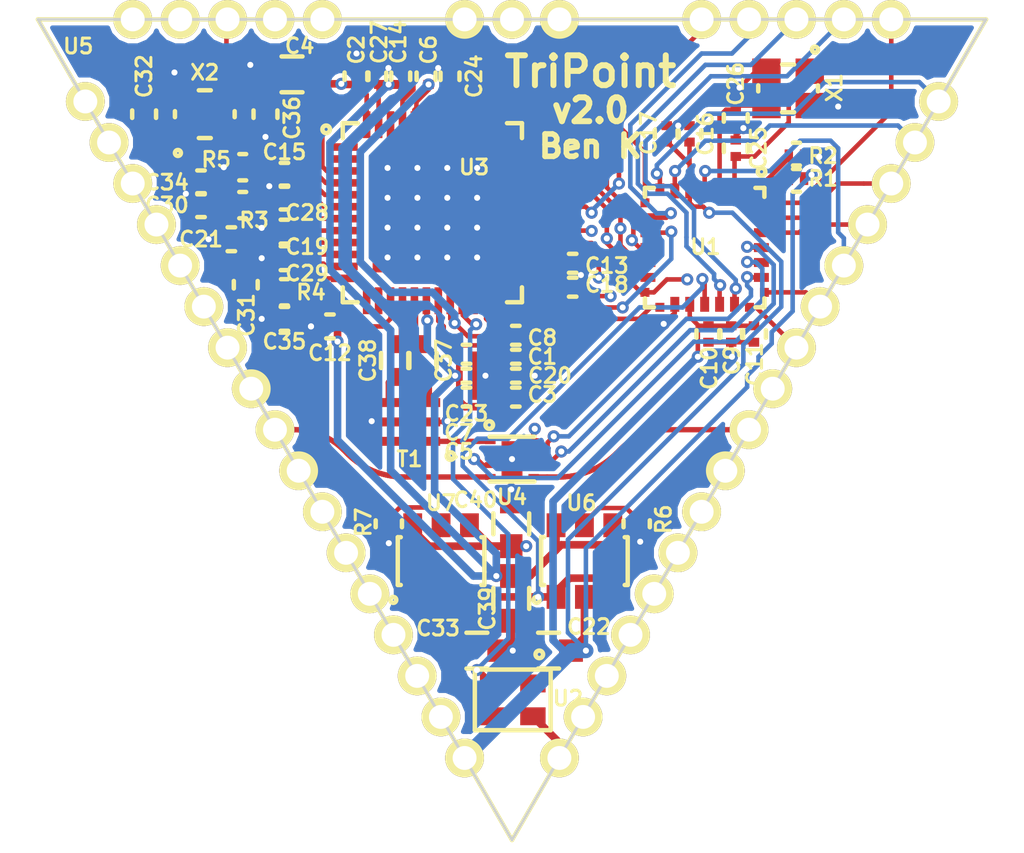
<source format=kicad_pcb>
(kicad_pcb (version 4) (host pcbnew "(2016-02-18 BZR 6566, Git fc4e84f)-product")
  (layers (0 F.Cu signal) (1 In1.Cu signal) (2 In2.Cu signal) (31 B.Cu signal) (34 B.Paste user hide) (35 F.Paste user hide) (36 B.SilkS user hide) (37 F.SilkS user) (38 B.Mask user) (39 F.Mask user) (44 Edge.Cuts user hide))
  (net 0 "")
  (net 1 GND)
  (net 2 VDDDIG)
  (net 3 VDDMS)
  (net 4 VDDCLK)
  (net 5 VDDSYN)
  (net 6 VDDIO)
  (net 7 "Net-(C25-Pad1)")
  (net 8 "Net-(C26-Pad1)")
  (net 9 VDDIF)
  (net 10 VDDVCO)
  (net 11 "Net-(C30-Pad1)")
  (net 12 "Net-(C31-Pad1)")
  (net 13 "Net-(C32-Pad1)")
  (net 14 "Net-(C34-Pad1)")
  (net 15 "Net-(C35-Pad1)")
  (net 16 "Net-(C37-Pad1)")
  (net 17 "Net-(C37-Pad2)")
  (net 18 "Net-(C38-Pad1)")
  (net 19 "Net-(C38-Pad2)")
  (net 20 "Net-(R1-Pad2)")
  (net 21 "Net-(R5-Pad1)")
  (net 22 "Net-(T1-Pad1)")
  (net 23 /~DW_RST)
  (net 24 /DW_IRQ)
  (net 25 /DW_WAKEUP)
  (net 26 /V1P8_En)
  (net 27 /ANT_SEL1)
  (net 28 /ANT_SEL2)
  (net 29 /ANT_SEL0)
  (net 30 /MCU_SWCLK)
  (net 31 /GPIO2)
  (net 32 /MCU_NRST)
  (net 33 /GPIO0)
  (net 34 /GPIO1)
  (net 35 /~SPI1_SS)
  (net 36 /SPI1_CLK)
  (net 37 /SPI1_MISO)
  (net 38 /SPI1_MOSI)
  (net 39 /MCU_SWDIO)
  (net 40 /RF0)
  (net 41 /RF1)
  (net 42 /RF2)
  (net 43 /I2C_SCL)
  (net 44 /I2C_SDA)
  (net 45 /INTERRUPT)
  (net 46 V3P3)
  (net 47 /GPIO3)
  (net 48 /GPIO4)
  (net 49 /DW_XTAL1)
  (net 50 /DW_SYNC)
  (net 51 V1P8_SW)
  (net 52 V1P8)
  (net 53 "Net-(R6-Pad2)")
  (net 54 "Net-(R7-Pad2)")
  (net 55 /DW_PWR_SW)
  (net 56 V3P3_SW)
  (net 57 "Net-(U3-Pad37)")
  (net 58 "Net-(U3-Pad13)")
  (net 59 "Net-(U3-Pad1)")
  (net 60 "Net-(U3-Pad2)")
  (net 61 "Net-(U3-Pad14)")
  (net 62 "Net-(U3-Pad30)")
  (net 63 "Net-(U3-Pad33)")
  (net 64 "Net-(U3-Pad34)")
  (net 65 "Net-(U3-Pad35)")
  (net 66 "Net-(U3-Pad36)")
  (net 67 "Net-(U3-Pad38)")
  (net 68 "Net-(U5-Pad1)")
  (net 69 "Net-(U5-Pad2)")
  (net 70 "Net-(U5-Pad3)")
  (net 71 "Net-(U5-Pad4)")
  (net 72 "Net-(U5-Pad5)")
  (net 73 "Net-(U5-Pad6)")
  (net 74 "Net-(U5-Pad7)")
  (net 75 "Net-(U5-Pad11)")
  (net 76 "Net-(U5-Pad12)")
  (net 77 "Net-(U5-Pad13)")
  (net 78 "Net-(U5-Pad14)")
  (net 79 "Net-(U5-Pad15)")
  (net 80 "Net-(U5-Pad16)")
  (net 81 "Net-(U5-Pad47)")
  (net 82 "Net-(U5-Pad48)")
  (net 83 "Net-(U5-Pad50)")
  (net 84 "Net-(U5-Pad51)")
  (module Capacitors_SMD:C_0201 (layer F.Cu) (at 41.402 36.703)
    (fp_text reference C1 (at 0.889 0) (layer F.SilkS) (effects (font (size 0.5 0.5) (thickness 0.1))))
    (fp_text value 10pF)
    (pad 1 smd rect (at -0.275 0) (size 0.3 0.35) (layers F.Cu F.Paste F.Mask) (net 56 V3P3_SW))
    (pad 2 smd rect (at 0.275 0) (size 0.3 0.35) (layers F.Cu F.Paste F.Mask) (net 1 GND))
  )
  (module Capacitors_SMD:C_0201 (layer F.Cu) (at 36.068 27.305 90)
    (fp_text reference C2 (at 0.889 0 90) (layer F.SilkS) (effects (font (size 0.5 0.5) (thickness 0.1))))
    (fp_text value 0.1uF)
    (pad 1 smd rect (at -0.275 0 90) (size 0.3 0.35) (layers F.Cu F.Paste F.Mask) (net 51 V1P8_SW))
    (pad 2 smd rect (at 0.275 0 90) (size 0.3 0.35) (layers F.Cu F.Paste F.Mask) (net 1 GND))
  )
  (module Capacitors_SMD:C_0201 (layer F.Cu) (at 41.402 37.973)
    (fp_text reference C3 (at 0.889 0) (layer F.SilkS) (effects (font (size 0.5 0.5) (thickness 0.1))))
    (fp_text value 10pF)
    (pad 1 smd rect (at -0.275 0) (size 0.3 0.35) (layers F.Cu F.Paste F.Mask) (net 56 V3P3_SW))
    (pad 2 smd rect (at 0.275 0) (size 0.3 0.35) (layers F.Cu F.Paste F.Mask) (net 1 GND))
  )
  (module Capacitors_SMD:C_0603 (layer F.Cu) (at 33.909 27.2415 180)
    (fp_text reference C4 (at -0.254 0.9525 180) (layer F.SilkS) (effects (font (size 0.5 0.5) (thickness 0.1))))
    (fp_text value 4.7uF)
    (pad 1 smd rect (at -0.75 0 180) (size 0.8 0.75) (layers F.Cu F.Paste F.Mask) (net 51 V1P8_SW))
    (pad 2 smd rect (at 0.75 0 180) (size 0.8 0.75) (layers F.Cu F.Paste F.Mask) (net 1 GND))
  )
  (module Capacitors_SMD:C_0201 (layer F.Cu) (at 39.751 36.703)
    (fp_text reference C5 (at -0.254 3.175) (layer F.SilkS) (effects (font (size 0.5 0.5) (thickness 0.1))))
    (fp_text value 330pF)
    (pad 1 smd rect (at -0.275 0) (size 0.3 0.35) (layers F.Cu F.Paste F.Mask) (net 56 V3P3_SW))
    (pad 2 smd rect (at 0.275 0) (size 0.3 0.35) (layers F.Cu F.Paste F.Mask) (net 1 GND))
  )
  (module Capacitors_SMD:C_0201 (layer F.Cu) (at 38.481 27.305 90)
    (fp_text reference C6 (at 0.889 0 90) (layer F.SilkS) (effects (font (size 0.5 0.5) (thickness 0.1))))
    (fp_text value 0.1uF)
    (pad 1 smd rect (at -0.275 0 90) (size 0.3 0.35) (layers F.Cu F.Paste F.Mask) (net 2 VDDDIG))
    (pad 2 smd rect (at 0.275 0 90) (size 0.3 0.35) (layers F.Cu F.Paste F.Mask) (net 1 GND))
  )
  (module Capacitors_SMD:C_0201 (layer F.Cu) (at 39.751 37.338)
    (fp_text reference C7 (at -0.254 1.905) (layer F.SilkS) (effects (font (size 0.5 0.5) (thickness 0.1))))
    (fp_text value 330pF)
    (pad 1 smd rect (at -0.275 0) (size 0.3 0.35) (layers F.Cu F.Paste F.Mask) (net 56 V3P3_SW))
    (pad 2 smd rect (at 0.275 0) (size 0.3 0.35) (layers F.Cu F.Paste F.Mask) (net 1 GND))
  )
  (module Capacitors_SMD:C_0201 (layer F.Cu) (at 41.402 36.068)
    (fp_text reference C8 (at 0.889 0) (layer F.SilkS) (effects (font (size 0.5 0.5) (thickness 0.1))))
    (fp_text value 100pF)
    (pad 1 smd rect (at -0.275 0) (size 0.3 0.35) (layers F.Cu F.Paste F.Mask) (net 2 VDDDIG))
    (pad 2 smd rect (at 0.275 0) (size 0.3 0.35) (layers F.Cu F.Paste F.Mask) (net 1 GND))
  )
  (module Capacitors_SMD:C_0201 (layer F.Cu) (at 48.6156 35.941 270)
    (fp_text reference C9 (at 0.889 -0.0254 270) (layer F.SilkS) (effects (font (size 0.5 0.5) (thickness 0.1))))
    (fp_text value 0.1uF)
    (pad 1 smd rect (at -0.275 0 270) (size 0.3 0.35) (layers F.Cu F.Paste F.Mask) (net 46 V3P3))
    (pad 2 smd rect (at 0.275 0 270) (size 0.3 0.35) (layers F.Cu F.Paste F.Mask) (net 1 GND))
  )
  (module Capacitors_SMD:C_0201 (layer F.Cu) (at 47.8536 35.941 270)
    (fp_text reference C10 (at 1.143 -0.0254 270) (layer F.SilkS) (effects (font (size 0.5 0.5) (thickness 0.1))))
    (fp_text value 100pF)
    (pad 1 smd rect (at -0.275 0 270) (size 0.3 0.35) (layers F.Cu F.Paste F.Mask) (net 46 V3P3))
    (pad 2 smd rect (at 0.275 0 270) (size 0.3 0.35) (layers F.Cu F.Paste F.Mask) (net 1 GND))
  )
  (module Capacitors_SMD:C_0201 (layer F.Cu) (at 49.3776 35.941 270)
    (fp_text reference C11 (at 1.016 -0.0254 270) (layer F.SilkS) (effects (font (size 0.5 0.5) (thickness 0.1))))
    (fp_text value 10pF)
    (pad 1 smd rect (at -0.275 0 270) (size 0.3 0.35) (layers F.Cu F.Paste F.Mask) (net 46 V3P3))
    (pad 2 smd rect (at 0.275 0 270) (size 0.3 0.35) (layers F.Cu F.Paste F.Mask) (net 1 GND))
  )
  (module Capacitors_SMD:C_0201 (layer F.Cu) (at 35.179 35.687 180)
    (fp_text reference C12 (at 0 -0.889 180) (layer F.SilkS) (effects (font (size 0.5 0.5) (thickness 0.1))))
    (fp_text value 0.01uF)
    (pad 1 smd rect (at -0.275 0 180) (size 0.3 0.35) (layers F.Cu F.Paste F.Mask) (net 56 V3P3_SW))
    (pad 2 smd rect (at 0.275 0 180) (size 0.3 0.35) (layers F.Cu F.Paste F.Mask) (net 1 GND))
  )
  (module Capacitors_SMD:C_0201 (layer F.Cu) (at 43.307 33.655)
    (fp_text reference C13 (at 1.143 0) (layer F.SilkS) (effects (font (size 0.5 0.5) (thickness 0.1))))
    (fp_text value 0.1uF)
    (pad 1 smd rect (at -0.275 0) (size 0.3 0.35) (layers F.Cu F.Paste F.Mask) (net 51 V1P8_SW))
    (pad 2 smd rect (at 0.275 0) (size 0.3 0.35) (layers F.Cu F.Paste F.Mask) (net 1 GND))
  )
  (module Capacitors_SMD:C_0201 (layer F.Cu) (at 37.465 27.305 90)
    (fp_text reference C14 (at 1.143 0 90) (layer F.SilkS) (effects (font (size 0.5 0.5) (thickness 0.1))))
    (fp_text value 0.1uF)
    (pad 1 smd rect (at -0.275 0 90) (size 0.3 0.35) (layers F.Cu F.Paste F.Mask) (net 56 V3P3_SW))
    (pad 2 smd rect (at 0.275 0 90) (size 0.3 0.35) (layers F.Cu F.Paste F.Mask) (net 1 GND))
  )
  (module Capacitors_SMD:C_0201 (layer F.Cu) (at 33.655 30.607 180)
    (fp_text reference C15 (at 0 0.762 180) (layer F.SilkS) (effects (font (size 0.5 0.5) (thickness 0.1))))
    (fp_text value 0.1uF)
    (pad 1 smd rect (at -0.275 0 180) (size 0.3 0.35) (layers F.Cu F.Paste F.Mask) (net 3 VDDMS))
    (pad 2 smd rect (at 0.275 0 180) (size 0.3 0.35) (layers F.Cu F.Paste F.Mask) (net 1 GND))
  )
  (module Capacitors_SMD:C_0201 (layer F.Cu) (at 47.2186 29.2354 270)
    (fp_text reference C16 (at 0 -0.5334 270) (layer F.SilkS) (effects (font (size 0.5 0.5) (thickness 0.1))))
    (fp_text value 0.1uF)
    (pad 1 smd rect (at -0.275 0 270) (size 0.3 0.35) (layers F.Cu F.Paste F.Mask) (net 1 GND))
    (pad 2 smd rect (at 0.275 0 270) (size 0.3 0.35) (layers F.Cu F.Paste F.Mask) (net 46 V3P3))
  )
  (module Capacitors_SMD:C_0201 (layer F.Cu) (at 46.4566 29.2354 270)
    (fp_text reference C17 (at -0.0254 0.6096 270) (layer F.SilkS) (effects (font (size 0.5 0.5) (thickness 0.1))))
    (fp_text value 100pF)
    (pad 1 smd rect (at -0.275 0 270) (size 0.3 0.35) (layers F.Cu F.Paste F.Mask) (net 1 GND))
    (pad 2 smd rect (at 0.275 0 270) (size 0.3 0.35) (layers F.Cu F.Paste F.Mask) (net 46 V3P3))
  )
  (module Capacitors_SMD:C_0201 (layer F.Cu) (at 43.307 34.29)
    (fp_text reference C18 (at 1.143 0) (layer F.SilkS) (effects (font (size 0.5 0.5) (thickness 0.1))))
    (fp_text value 0.1uF)
    (pad 1 smd rect (at -0.275 0) (size 0.3 0.35) (layers F.Cu F.Paste F.Mask) (net 56 V3P3_SW))
    (pad 2 smd rect (at 0.275 0) (size 0.3 0.35) (layers F.Cu F.Paste F.Mask) (net 1 GND))
  )
  (module Capacitors_SMD:C_0201 (layer F.Cu) (at 33.655 32.512 180)
    (fp_text reference C19 (at -0.762 -0.508 180) (layer F.SilkS) (effects (font (size 0.5 0.5) (thickness 0.1))))
    (fp_text value 0.1uF)
    (pad 1 smd rect (at -0.275 0 180) (size 0.3 0.35) (layers F.Cu F.Paste F.Mask) (net 4 VDDCLK))
    (pad 2 smd rect (at 0.275 0 180) (size 0.3 0.35) (layers F.Cu F.Paste F.Mask) (net 1 GND))
  )
  (module Capacitors_SMD:C_0201 (layer F.Cu) (at 41.402 37.338)
    (fp_text reference C20 (at 1.143 0) (layer F.SilkS) (effects (font (size 0.5 0.5) (thickness 0.1))))
    (fp_text value 0.1uF)
    (pad 1 smd rect (at -0.275 0) (size 0.3 0.35) (layers F.Cu F.Paste F.Mask) (net 56 V3P3_SW))
    (pad 2 smd rect (at 0.275 0) (size 0.3 0.35) (layers F.Cu F.Paste F.Mask) (net 1 GND))
  )
  (module Capacitors_SMD:C_0201 (layer F.Cu) (at 31.877 32.766 180)
    (fp_text reference C21 (at 1.016 0 180) (layer F.SilkS) (effects (font (size 0.5 0.5) (thickness 0.1))))
    (fp_text value 0.1uF)
    (pad 1 smd rect (at -0.275 0 180) (size 0.3 0.35) (layers F.Cu F.Paste F.Mask) (net 5 VDDSYN))
    (pad 2 smd rect (at 0.275 0 180) (size 0.3 0.35) (layers F.Cu F.Paste F.Mask) (net 1 GND))
  )
  (module Capacitors_SMD:C_0603 (layer F.Cu) (at 42.5 46.55 180)
    (fp_text reference C22 (at -1.35 0.8 180) (layer F.SilkS) (effects (font (size 0.5 0.5) (thickness 0.1))))
    (fp_text value 4.7uF)
    (pad 1 smd rect (at -0.75 0 180) (size 0.8 0.75) (layers F.Cu F.Paste F.Mask) (net 46 V3P3))
    (pad 2 smd rect (at 0.75 0 180) (size 0.8 0.75) (layers F.Cu F.Paste F.Mask) (net 1 GND))
  )
  (module Capacitors_SMD:C_0201 (layer F.Cu) (at 39.751 37.973)
    (fp_text reference C23 (at 0 0.635) (layer F.SilkS) (effects (font (size 0.5 0.5) (thickness 0.1))))
    (fp_text value 0.1uF)
    (pad 1 smd rect (at -0.275 0) (size 0.3 0.35) (layers F.Cu F.Paste F.Mask) (net 56 V3P3_SW))
    (pad 2 smd rect (at 0.275 0) (size 0.3 0.35) (layers F.Cu F.Paste F.Mask) (net 1 GND))
  )
  (module Capacitors_SMD:C_0201 (layer F.Cu) (at 39.116 27.305 90)
    (fp_text reference C24 (at 0 0.889 90) (layer F.SilkS) (effects (font (size 0.5 0.5) (thickness 0.1))))
    (fp_text value 0.1uF)
    (pad 1 smd rect (at -0.275 0 90) (size 0.3 0.35) (layers F.Cu F.Paste F.Mask) (net 6 VDDIO))
    (pad 2 smd rect (at 0.275 0 90) (size 0.3 0.35) (layers F.Cu F.Paste F.Mask) (net 1 GND))
  )
  (module Capacitors_SMD:C_0201 (layer F.Cu) (at 48.768 29.718 90)
    (fp_text reference C25 (at 0 0.762 90) (layer F.SilkS) (effects (font (size 0.5 0.5) (thickness 0.1))))
    (fp_text value 12pF)
    (pad 1 smd rect (at -0.275 0 90) (size 0.3 0.35) (layers F.Cu F.Paste F.Mask) (net 7 "Net-(C25-Pad1)"))
    (pad 2 smd rect (at 0.275 0 90) (size 0.3 0.35) (layers F.Cu F.Paste F.Mask) (net 1 GND))
  )
  (module Capacitors_SMD:C_0201 (layer F.Cu) (at 48.768 28.702 270)
    (fp_text reference C26 (at -1.143 0 450) (layer F.SilkS) (effects (font (size 0.5 0.5) (thickness 0.1))))
    (fp_text value 12pF)
    (pad 1 smd rect (at -0.275 0 270) (size 0.3 0.35) (layers F.Cu F.Paste F.Mask) (net 8 "Net-(C26-Pad1)"))
    (pad 2 smd rect (at 0.275 0 270) (size 0.3 0.35) (layers F.Cu F.Paste F.Mask) (net 1 GND))
  )
  (module Capacitors_SMD:C_0201 (layer F.Cu) (at 36.83 27.305 90)
    (fp_text reference C27 (at 1.143 0 90) (layer F.SilkS) (effects (font (size 0.5 0.5) (thickness 0.1))))
    (fp_text value 0.1uF)
    (pad 1 smd rect (at -0.275 0 90) (size 0.3 0.35) (layers F.Cu F.Paste F.Mask) (net 56 V3P3_SW))
    (pad 2 smd rect (at 0.275 0 90) (size 0.3 0.35) (layers F.Cu F.Paste F.Mask) (net 1 GND))
  )
  (module Capacitors_SMD:C_0201 (layer F.Cu) (at 33.655 31.369 180)
    (fp_text reference C28 (at -0.762 -0.508 360) (layer F.SilkS) (effects (font (size 0.5 0.5) (thickness 0.1))))
    (fp_text value 0.1uF)
    (pad 1 smd rect (at -0.275 0 180) (size 0.3 0.35) (layers F.Cu F.Paste F.Mask) (net 9 VDDIF))
    (pad 2 smd rect (at 0.275 0 180) (size 0.3 0.35) (layers F.Cu F.Paste F.Mask) (net 1 GND))
  )
  (module Capacitors_SMD:C_0201 (layer F.Cu) (at 33.655 33.401 180)
    (fp_text reference C29 (at -0.762 -0.508 180) (layer F.SilkS) (effects (font (size 0.5 0.5) (thickness 0.1))))
    (fp_text value 0.1uF)
    (pad 1 smd rect (at -0.275 0 180) (size 0.3 0.35) (layers F.Cu F.Paste F.Mask) (net 10 VDDVCO))
    (pad 2 smd rect (at 0.275 0 180) (size 0.3 0.35) (layers F.Cu F.Paste F.Mask) (net 1 GND))
  )
  (module Capacitors_SMD:C_0201 (layer F.Cu) (at 30.861 31.623 180)
    (fp_text reference C30 (at 1.143 0 180) (layer F.SilkS) (effects (font (size 0.5 0.5) (thickness 0.1))))
    (fp_text value 27pF)
    (pad 1 smd rect (at -0.275 0 180) (size 0.3 0.35) (layers F.Cu F.Paste F.Mask) (net 11 "Net-(C30-Pad1)"))
    (pad 2 smd rect (at 0.275 0 180) (size 0.3 0.35) (layers F.Cu F.Paste F.Mask) (net 1 GND))
  )
  (module Capacitors_SMD:C_0201 (layer F.Cu) (at 32.3596 34.29 90)
    (fp_text reference C31 (at -1.016 0.0254 90) (layer F.SilkS) (effects (font (size 0.5 0.5) (thickness 0.1))))
    (fp_text value 820pF)
    (pad 1 smd rect (at -0.275 0 90) (size 0.3 0.35) (layers F.Cu F.Paste F.Mask) (net 12 "Net-(C31-Pad1)"))
    (pad 2 smd rect (at 0.275 0 90) (size 0.3 0.35) (layers F.Cu F.Paste F.Mask) (net 1 GND))
  )
  (module Capacitors_SMD:C_0201 (layer F.Cu) (at 28.956 28.575 90)
    (fp_text reference C32 (at 1.27 0 90) (layer F.SilkS) (effects (font (size 0.5 0.5) (thickness 0.1))))
    (fp_text value 12pF)
    (pad 1 smd rect (at -0.275 0 90) (size 0.3 0.35) (layers F.Cu F.Paste F.Mask) (net 13 "Net-(C32-Pad1)"))
    (pad 2 smd rect (at 0.275 0 90) (size 0.3 0.35) (layers F.Cu F.Paste F.Mask) (net 1 GND))
  )
  (module Capacitors_SMD:C_0603 (layer F.Cu) (at 40.1 46.55)
    (fp_text reference C33 (at -1.3 -0.75) (layer F.SilkS) (effects (font (size 0.5 0.5) (thickness 0.1))))
    (fp_text value 10uF)
    (pad 1 smd rect (at -0.75 0) (size 0.8 0.75) (layers F.Cu F.Paste F.Mask) (net 52 V1P8))
    (pad 2 smd rect (at 0.75 0) (size 0.8 0.75) (layers F.Cu F.Paste F.Mask) (net 1 GND))
  )
  (module Capacitors_SMD:C_0201 (layer F.Cu) (at 30.861 30.861 180)
    (fp_text reference C34 (at 1.143 0 180) (layer F.SilkS) (effects (font (size 0.5 0.5) (thickness 0.1))))
    (fp_text value 1.2pF)
    (pad 1 smd rect (at -0.275 0 180) (size 0.3 0.35) (layers F.Cu F.Paste F.Mask) (net 14 "Net-(C34-Pad1)"))
    (pad 2 smd rect (at 0.275 0 180) (size 0.3 0.35) (layers F.Cu F.Paste F.Mask) (net 1 GND))
  )
  (module Capacitors_SMD:C_0201 (layer F.Cu) (at 33.655 35.433 180)
    (fp_text reference C35 (at 0 -0.762 180) (layer F.SilkS) (effects (font (size 0.5 0.5) (thickness 0.1))))
    (fp_text value 18pF)
    (pad 1 smd rect (at -0.275 0 180) (size 0.3 0.35) (layers F.Cu F.Paste F.Mask) (net 15 "Net-(C35-Pad1)"))
    (pad 2 smd rect (at 0.275 0 180) (size 0.3 0.35) (layers F.Cu F.Paste F.Mask) (net 1 GND))
  )
  (module Capacitors_SMD:C_0201 (layer F.Cu) (at 33.02 28.575 270)
    (fp_text reference C36 (at 0.127 -0.889 270) (layer F.SilkS) (effects (font (size 0.5 0.5) (thickness 0.1))))
    (fp_text value 12pF)
    (pad 1 smd rect (at -0.275 0 270) (size 0.3 0.35) (layers F.Cu F.Paste F.Mask) (net 49 /DW_XTAL1))
    (pad 2 smd rect (at 0.275 0 270) (size 0.3 0.35) (layers F.Cu F.Paste F.Mask) (net 1 GND))
  )
  (module Capacitors_SMD:C_0402 (layer F.Cu) (at 38.2778 36.83 90)
    (fp_text reference C37 (at 0 0.7112 90) (layer F.SilkS) (effects (font (size 0.5 0.5) (thickness 0.1))))
    (fp_text value 12pF)
    (pad 1 smd rect (at -0.55 0 90) (size 0.6 0.5) (layers F.Cu F.Paste F.Mask) (net 16 "Net-(C37-Pad1)"))
    (pad 2 smd rect (at 0.55 0 90) (size 0.6 0.5) (layers F.Cu F.Paste F.Mask) (net 17 "Net-(C37-Pad2)"))
  )
  (module Capacitors_SMD:C_0402 (layer F.Cu) (at 37.3634 36.83 90)
    (fp_text reference C38 (at 0 -0.9144 90) (layer F.SilkS) (effects (font (size 0.5 0.5) (thickness 0.1))))
    (fp_text value 12pF)
    (pad 1 smd rect (at -0.55 0 90) (size 0.6 0.5) (layers F.Cu F.Paste F.Mask) (net 18 "Net-(C38-Pad1)"))
    (pad 2 smd rect (at 0.55 0 90) (size 0.6 0.5) (layers F.Cu F.Paste F.Mask) (net 19 "Net-(C38-Pad2)"))
  )
  (module Resistors_SMD:R_0201 (layer F.Cu) (at 50.8 30.734 180)
    (fp_text reference R1 (at -0.889 0 180) (layer F.SilkS) (effects (font (size 0.5 0.5) (thickness 0.1))))
    (fp_text value 11k)
    (pad 1 smd rect (at -0.255 0 180) (size 0.28 0.43) (layers F.Cu F.Paste F.Mask) (net 46 V3P3))
    (pad 2 smd rect (at 0.255 0 180) (size 0.28 0.43) (layers F.Cu F.Paste F.Mask) (net 20 "Net-(R1-Pad2)"))
  )
  (module Resistors_SMD:R_0201 (layer F.Cu) (at 50.8 29.972 180)
    (fp_text reference R2 (at -0.889 0 180) (layer F.SilkS) (effects (font (size 0.5 0.5) (thickness 0.1))))
    (fp_text value 11k)
    (pad 1 smd rect (at -0.255 0 180) (size 0.28 0.43) (layers F.Cu F.Paste F.Mask) (net 1 GND))
    (pad 2 smd rect (at 0.255 0 180) (size 0.28 0.43) (layers F.Cu F.Paste F.Mask) (net 20 "Net-(R1-Pad2)"))
  )
  (module Resistors_SMD:R_0201 (layer F.Cu) (at 32.258 31.623 180)
    (fp_text reference R3 (at -0.381 -0.508 360) (layer F.SilkS) (effects (font (size 0.5 0.5) (thickness 0.1))))
    (fp_text value 16k)
    (pad 1 smd rect (at -0.255 0 180) (size 0.28 0.43) (layers F.Cu F.Paste F.Mask) (net 14 "Net-(C34-Pad1)"))
    (pad 2 smd rect (at 0.255 0 180) (size 0.28 0.43) (layers F.Cu F.Paste F.Mask) (net 11 "Net-(C30-Pad1)"))
  )
  (module Resistors_SMD:R_0201 (layer F.Cu) (at 33.655 34.544 180)
    (fp_text reference R4 (at -0.889 0 180) (layer F.SilkS) (effects (font (size 0.5 0.5) (thickness 0.1))))
    (fp_text value 270)
    (pad 1 smd rect (at -0.255 0 180) (size 0.28 0.43) (layers F.Cu F.Paste F.Mask) (net 15 "Net-(C35-Pad1)"))
    (pad 2 smd rect (at 0.255 0 180) (size 0.28 0.43) (layers F.Cu F.Paste F.Mask) (net 12 "Net-(C31-Pad1)"))
  )
  (module Resistors_SMD:R_0201 (layer F.Cu) (at 32.258 30.353 180)
    (fp_text reference R5 (at 0.889 0.254 180) (layer F.SilkS) (effects (font (size 0.5 0.5) (thickness 0.1))))
    (fp_text value 11k)
    (pad 1 smd rect (at -0.255 0 180) (size 0.28 0.43) (layers F.Cu F.Paste F.Mask) (net 21 "Net-(R5-Pad1)"))
    (pad 2 smd rect (at 0.255 0 180) (size 0.28 0.43) (layers F.Cu F.Paste F.Mask) (net 1 GND))
  )
  (module polypoint:HHM1595A1 (layer F.Cu) (at 37.8206 38.8874 180)
    (fp_text reference T1 (at -0.0254 -1.2446 180) (layer F.SilkS) (effects (font (size 0.5 0.5) (thickness 0.1))))
    (fp_text value HHM1595A1)
    (pad 4 smd rect (at 0.65 0.65 180) (size 0.8 0.3) (layers F.Cu F.Paste F.Mask) (net 18 "Net-(C38-Pad1)"))
    (pad 1 smd rect (at -0.65 -0.65 180) (size 0.8 0.3) (layers F.Cu F.Paste F.Mask) (net 22 "Net-(T1-Pad1)"))
    (pad 2 smd rect (at -0.65 0 180) (size 0.8 0.3) (layers F.Cu F.Paste F.Mask) (net 1 GND))
    (pad 3 smd rect (at -0.65 0.65 180) (size 0.8 0.3) (layers F.Cu F.Paste F.Mask) (net 16 "Net-(C37-Pad1)"))
    (pad 5 smd rect (at 0.65 0 180) (size 0.8 0.3) (layers F.Cu F.Paste F.Mask) (net 1 GND))
    (pad 6 smd rect (at 0.65 -0.65 180) (size 0.8 0.3) (layers F.Cu F.Paste F.Mask))
  )
  (module polypoint:UFQFPN-28 (layer F.Cu) (at 47.7266 33.0454 270)
    (fp_text reference U1 (at -0.0254 -0.0254 360) (layer F.SilkS) (effects (font (size 0.5 0.5) (thickness 0.1))))
    (fp_text value STM32F031G6U6)
    (pad 22 smd rect (at 1.5 -2 270) (size 0.3 0.3) (layers F.Cu F.Paste F.Mask) (net 30 /MCU_SWCLK))
    (pad 15 smd rect (at 2 1.5 270) (size 0.3 0.3) (layers F.Cu F.Paste F.Mask) (net 25 /DW_WAKEUP))
    (pad 8 smd rect (at -1.5 2 270) (size 0.3 0.3) (layers F.Cu F.Paste F.Mask) (net 24 /DW_IRQ))
    (pad 1 smd rect (at -2 -1.5 270) (size 0.3 0.3) (layers F.Cu F.Paste F.Mask) (net 20 "Net-(R1-Pad2)"))
    (pad 2 smd rect (at -1.9 -1 270) (size 0.5 0.3) (layers F.Cu F.Paste F.Mask) (net 7 "Net-(C25-Pad1)"))
    (pad 3 smd rect (at -1.9 -0.5 270) (size 0.5 0.3) (layers F.Cu F.Paste F.Mask) (net 8 "Net-(C26-Pad1)"))
    (pad 4 smd rect (at -1.9 0 270) (size 0.5 0.3) (layers F.Cu F.Paste F.Mask) (net 32 /MCU_NRST))
    (pad 5 smd rect (at -1.9 0.5 270) (size 0.5 0.3) (layers F.Cu F.Paste F.Mask) (net 46 V3P3))
    (pad 6 smd rect (at -1.9 1 270) (size 0.5 0.3) (layers F.Cu F.Paste F.Mask) (net 31 /GPIO2))
    (pad 7 smd rect (at -2 1.5 270) (size 0.3 0.3) (layers F.Cu F.Paste F.Mask) (net 47 /GPIO3))
    (pad 9 smd rect (at -1 1.9 270) (size 0.3 0.5) (layers F.Cu F.Paste F.Mask) (net 45 /INTERRUPT))
    (pad 10 smd rect (at -0.5 1.9 270) (size 0.3 0.5) (layers F.Cu F.Paste F.Mask) (net 35 /~SPI1_SS))
    (pad 11 smd rect (at 0 1.9 270) (size 0.3 0.5) (layers F.Cu F.Paste F.Mask) (net 36 /SPI1_CLK))
    (pad 12 smd rect (at 0.5 1.9 270) (size 0.3 0.5) (layers F.Cu F.Paste F.Mask) (net 37 /SPI1_MISO))
    (pad 13 smd rect (at 1 1.9 270) (size 0.3 0.5) (layers F.Cu F.Paste F.Mask) (net 38 /SPI1_MOSI))
    (pad 14 smd rect (at 1.5 2 270) (size 0.3 0.3) (layers F.Cu F.Paste F.Mask) (net 23 /~DW_RST))
    (pad 16 smd rect (at 1.9 1 270) (size 0.5 0.3) (layers F.Cu F.Paste F.Mask) (net 1 GND))
    (pad 17 smd rect (at 1.9 0.5 270) (size 0.5 0.3) (layers F.Cu F.Paste F.Mask) (net 46 V3P3))
    (pad 18 smd rect (at 1.9 0 270) (size 0.5 0.3) (layers F.Cu F.Paste F.Mask) (net 55 /DW_PWR_SW))
    (pad 19 smd rect (at 1.9 -0.5 270) (size 0.5 0.3) (layers F.Cu F.Paste F.Mask) (net 43 /I2C_SCL))
    (pad 20 smd rect (at 1.9 -1 270) (size 0.5 0.3) (layers F.Cu F.Paste F.Mask) (net 44 /I2C_SDA))
    (pad 21 smd rect (at 2 -1.5 270) (size 0.3 0.3) (layers F.Cu F.Paste F.Mask) (net 39 /MCU_SWDIO))
    (pad 23 smd rect (at 1 -1.9 270) (size 0.3 0.5) (layers F.Cu F.Paste F.Mask) (net 28 /ANT_SEL2))
    (pad 24 smd rect (at 0.5 -1.9 270) (size 0.3 0.5) (layers F.Cu F.Paste F.Mask) (net 27 /ANT_SEL1))
    (pad 25 smd rect (at 0 -1.9 270) (size 0.3 0.5) (layers F.Cu F.Paste F.Mask) (net 29 /ANT_SEL0))
    (pad 26 smd rect (at -0.5 -1.9 270) (size 0.3 0.5) (layers F.Cu F.Paste F.Mask) (net 33 /GPIO0))
    (pad 27 smd rect (at -1 -1.9 270) (size 0.3 0.5) (layers F.Cu F.Paste F.Mask) (net 34 /GPIO1))
    (pad 28 smd rect (at -1.5 -2 270) (size 0.3 0.3) (layers F.Cu F.Paste F.Mask) (net 48 /GPIO4))
  )
  (module polypoint:LXDC2HL (layer F.Cu) (at 41.3 48.2 270)
    (fp_text reference U2 (at -0.05 -1.85 360) (layer F.SilkS) (effects (font (size 0.5 0.5) (thickness 0.1))))
    (fp_text value LXDC2HL)
    (pad 1 smd rect (at -0.55 -0.675 270) (size 0.6 0.85) (layers F.Cu F.Paste F.Mask) (net 46 V3P3))
    (pad 2 smd rect (at -0.55 0.675 270) (size 0.6 0.85) (layers F.Cu F.Paste F.Mask) (net 26 /V1P8_En))
    (pad 3 smd rect (at 0.55 0.675 270) (size 0.6 0.85) (layers F.Cu F.Paste F.Mask) (net 52 V1P8))
    (pad 4 smd rect (at 0.55 -0.675 270) (size 0.6 0.85) (layers F.Cu F.Paste F.Mask) (net 1 GND))
  )
  (module polypoint:QFN-48-EP-6x6mm (layer F.Cu) (at 38.608 31.877)
    (fp_text reference U3 (at 1.397 -1.524) (layer F.SilkS) (effects (font (size 0.5 0.5) (thickness 0.1))))
    (fp_text value DW1000)
    (pad 49 smd rect (at -1.5 1.5) (size 1 1) (layers F.Cu F.Paste F.Mask) (net 1 GND))
    (pad 49 smd rect (at -0.5 1.5) (size 1 1) (layers F.Cu F.Paste F.Mask) (net 1 GND))
    (pad 49 smd rect (at 0.5 1.5) (size 1 1) (layers F.Cu F.Paste F.Mask) (net 1 GND))
    (pad 49 smd rect (at 1.5 1.5) (size 1 1) (layers F.Cu F.Paste F.Mask) (net 1 GND))
    (pad 49 smd rect (at 1.5 0.5) (size 1 1) (layers F.Cu F.Paste F.Mask) (net 1 GND))
    (pad 49 smd rect (at 0.5 0.5) (size 1 1) (layers F.Cu F.Paste F.Mask) (net 1 GND))
    (pad 49 smd rect (at -0.5 0.5) (size 1 1) (layers F.Cu F.Paste F.Mask) (net 1 GND))
    (pad 49 smd rect (at -1.5 0.5) (size 1 1) (layers F.Cu F.Paste F.Mask) (net 1 GND))
    (pad 49 smd rect (at -1.5 -0.5) (size 1 1) (layers F.Cu F.Paste F.Mask) (net 1 GND))
    (pad 49 smd rect (at -0.5 -0.5) (size 1 1) (layers F.Cu F.Paste F.Mask) (net 1 GND))
    (pad 49 smd rect (at 0.5 -0.5) (size 1 1) (layers F.Cu F.Paste F.Mask) (net 1 GND))
    (pad 49 smd rect (at 1.5 -0.5) (size 1 1) (layers F.Cu F.Paste F.Mask) (net 1 GND))
    (pad 49 smd rect (at 1.5 -1.5) (size 1 1) (layers F.Cu F.Paste F.Mask) (net 1 GND))
    (pad 49 smd rect (at 0.5 -1.5) (size 1 1) (layers F.Cu F.Paste F.Mask) (net 1 GND))
    (pad 49 smd rect (at -0.5 -1.5) (size 1 1) (layers F.Cu F.Paste F.Mask) (net 1 GND))
    (pad 37 smd rect (at 2.2 -2.95) (size 0.254 0.9) (layers F.Cu F.Paste F.Mask) (net 57 "Net-(U3-Pad37)"))
    (pad 25 smd rect (at 2.95 2.2) (size 0.9 0.254) (layers F.Cu F.Paste F.Mask) (net 56 V3P3_SW))
    (pad 13 smd rect (at -2.2 2.95) (size 0.254 0.9) (layers F.Cu F.Paste F.Mask) (net 58 "Net-(U3-Pad13)"))
    (pad 1 smd rect (at -2.95 -2.2) (size 0.9 0.254) (layers F.Cu F.Paste F.Mask) (net 59 "Net-(U3-Pad1)"))
    (pad 2 smd rect (at -2.95 -1.8) (size 0.9 0.254) (layers F.Cu F.Paste F.Mask) (net 60 "Net-(U3-Pad2)"))
    (pad 3 smd rect (at -2.95 -1.4) (size 0.9 0.254) (layers F.Cu F.Paste F.Mask) (net 49 /DW_XTAL1))
    (pad 4 smd rect (at -2.95 -1) (size 0.9 0.254) (layers F.Cu F.Paste F.Mask) (net 13 "Net-(C32-Pad1)"))
    (pad 5 smd rect (at -2.95 -0.6) (size 0.9 0.254) (layers F.Cu F.Paste F.Mask) (net 21 "Net-(R5-Pad1)"))
    (pad 6 smd rect (at -2.95 -0.2) (size 0.9 0.254) (layers F.Cu F.Paste F.Mask) (net 3 VDDMS))
    (pad 7 smd rect (at -2.95 0.2) (size 0.9 0.254) (layers F.Cu F.Paste F.Mask) (net 9 VDDIF))
    (pad 8 smd rect (at -2.95 0.6) (size 0.9 0.254) (layers F.Cu F.Paste F.Mask) (net 14 "Net-(C34-Pad1)"))
    (pad 9 smd rect (at -2.95 1) (size 0.9 0.254) (layers F.Cu F.Paste F.Mask) (net 4 VDDCLK))
    (pad 10 smd rect (at -2.95 1.4) (size 0.9 0.254) (layers F.Cu F.Paste F.Mask) (net 5 VDDSYN))
    (pad 11 smd rect (at -2.95 1.8) (size 0.9 0.254) (layers F.Cu F.Paste F.Mask) (net 10 VDDVCO))
    (pad 12 smd rect (at -2.95 2.2) (size 0.9 0.254) (layers F.Cu F.Paste F.Mask) (net 15 "Net-(C35-Pad1)"))
    (pad 14 smd rect (at -1.8 2.95) (size 0.254 0.9) (layers F.Cu F.Paste F.Mask) (net 61 "Net-(U3-Pad14)"))
    (pad 15 smd rect (at -1.4 2.95) (size 0.254 0.9) (layers F.Cu F.Paste F.Mask) (net 56 V3P3_SW))
    (pad 16 smd rect (at -1 2.95) (size 0.254 0.9) (layers F.Cu F.Paste F.Mask) (net 19 "Net-(C38-Pad2)"))
    (pad 17 smd rect (at -0.6 2.95) (size 0.254 0.9) (layers F.Cu F.Paste F.Mask) (net 17 "Net-(C37-Pad2)"))
    (pad 18 smd rect (at -0.2 2.95) (size 0.254 0.9) (layers F.Cu F.Paste F.Mask) (net 56 V3P3_SW))
    (pad 19 smd rect (at 0.2 2.95) (size 0.254 0.9) (layers F.Cu F.Paste F.Mask) (net 56 V3P3_SW))
    (pad 20 smd rect (at 0.6 2.95) (size 0.254 0.9) (layers F.Cu F.Paste F.Mask) (net 2 VDDDIG))
    (pad 21 smd rect (at 1 2.95) (size 0.254 0.9) (layers F.Cu F.Paste F.Mask) (net 26 /V1P8_En))
    (pad 22 smd rect (at 1.4 2.95) (size 0.254 0.9) (layers F.Cu F.Paste F.Mask) (net 1 GND))
    (pad 23 smd rect (at 1.8 2.95) (size 0.254 0.9) (layers F.Cu F.Paste F.Mask) (net 25 /DW_WAKEUP))
    (pad 24 smd rect (at 2.2 2.95) (size 0.254 0.9) (layers F.Cu F.Paste F.Mask) (net 35 /~SPI1_SS))
    (pad 26 smd rect (at 2.95 1.8) (size 0.9 0.254) (layers F.Cu F.Paste F.Mask) (net 51 V1P8_SW))
    (pad 27 smd rect (at 2.95 1.4) (size 0.9 0.254) (layers F.Cu F.Paste F.Mask) (net 23 /~DW_RST))
    (pad 28 smd rect (at 2.95 1) (size 0.9 0.254) (layers F.Cu F.Paste F.Mask) (net 56 V3P3_SW))
    (pad 29 smd rect (at 2.95 0.6) (size 0.9 0.254) (layers F.Cu F.Paste F.Mask) (net 50 /DW_SYNC))
    (pad 30 smd rect (at 2.95 0.2) (size 0.9 0.254) (layers F.Cu F.Paste F.Mask) (net 62 "Net-(U3-Pad30)"))
    (pad 31 smd rect (at 2.95 -0.2) (size 0.9 0.254) (layers F.Cu F.Paste F.Mask) (net 6 VDDIO))
    (pad 32 smd rect (at 2.95 -0.6) (size 0.9 0.254) (layers F.Cu F.Paste F.Mask) (net 1 GND))
    (pad 33 smd rect (at 2.95 -1) (size 0.9 0.254) (layers F.Cu F.Paste F.Mask) (net 63 "Net-(U3-Pad33)"))
    (pad 34 smd rect (at 2.95 -1.4) (size 0.9 0.254) (layers F.Cu F.Paste F.Mask) (net 64 "Net-(U3-Pad34)"))
    (pad 35 smd rect (at 2.95 -1.8) (size 0.9 0.254) (layers F.Cu F.Paste F.Mask) (net 65 "Net-(U3-Pad35)"))
    (pad 36 smd rect (at 2.95 -2.2) (size 0.9 0.254) (layers F.Cu F.Paste F.Mask) (net 66 "Net-(U3-Pad36)"))
    (pad 38 smd rect (at 1.8 -2.95) (size 0.254 0.9) (layers F.Cu F.Paste F.Mask) (net 67 "Net-(U3-Pad38)"))
    (pad 39 smd rect (at 1.4 -2.95) (size 0.254 0.9) (layers F.Cu F.Paste F.Mask) (net 38 /SPI1_MOSI))
    (pad 40 smd rect (at 1 -2.95) (size 0.254 0.9) (layers F.Cu F.Paste F.Mask) (net 37 /SPI1_MISO))
    (pad 41 smd rect (at 0.6 -2.95) (size 0.254 0.9) (layers F.Cu F.Paste F.Mask) (net 36 /SPI1_CLK))
    (pad 42 smd rect (at 0.2 -2.95) (size 0.254 0.9) (layers F.Cu F.Paste F.Mask) (net 6 VDDIO))
    (pad 43 smd rect (at -0.2 -2.95) (size 0.254 0.9) (layers F.Cu F.Paste F.Mask) (net 1 GND))
    (pad 44 smd rect (at -0.6 -2.95) (size 0.254 0.9) (layers F.Cu F.Paste F.Mask) (net 2 VDDDIG))
    (pad 45 smd rect (at -1 -2.95) (size 0.254 0.9) (layers F.Cu F.Paste F.Mask) (net 24 /DW_IRQ))
    (pad 46 smd rect (at -1.4 -2.95) (size 0.254 0.9) (layers F.Cu F.Paste F.Mask) (net 1 GND))
    (pad 47 smd rect (at -1.8 -2.95) (size 0.254 0.9) (layers F.Cu F.Paste F.Mask) (net 56 V3P3_SW))
    (pad 48 smd rect (at -2.2 -2.95) (size 0.254 0.9) (layers F.Cu F.Paste F.Mask) (net 51 V1P8_SW))
    (pad 49 smd rect (at -1.5 -1.5) (size 1 1) (layers F.Cu F.Paste F.Mask) (net 1 GND))
  )
  (module polypoint:MLPQ-UT-8-1.5X1.5mm (layer F.Cu) (at 41.275 40.132)
    (fp_text reference U4 (at 0 1.27) (layer F.SilkS) (effects (font (size 0.5 0.5) (thickness 0.1))))
    (fp_text value SKY13317)
    (pad 5 smd rect (at 0.725 0.6) (size 0.35 0.2) (layers F.Cu F.Paste F.Mask) (net 41 /RF1))
    (pad 1 smd rect (at -0.725 -0.6) (size 0.35 0.2) (layers F.Cu F.Paste F.Mask) (net 22 "Net-(T1-Pad1)"))
    (pad 2 smd rect (at -0.725 -0.2) (size 0.35 0.2) (layers F.Cu F.Paste F.Mask))
    (pad 3 smd rect (at -0.725 0.2) (size 0.35 0.2) (layers F.Cu F.Paste F.Mask) (net 29 /ANT_SEL0))
    (pad 4 smd rect (at -0.725 0.6) (size 0.35 0.2) (layers F.Cu F.Paste F.Mask) (net 40 /RF0))
    (pad 6 smd rect (at 0.725 0.2) (size 0.35 0.2) (layers F.Cu F.Paste F.Mask) (net 27 /ANT_SEL1))
    (pad 7 smd rect (at 0.725 -0.2) (size 0.35 0.2) (layers F.Cu F.Paste F.Mask) (net 28 /ANT_SEL2))
    (pad 8 smd rect (at 0.725 -0.6) (size 0.35 0.2) (layers F.Cu F.Paste F.Mask) (net 42 /RF2))
    (pad 9 smd rect (at 0 0) (size 0.7 1.2) (layers F.Cu F.Paste F.Mask) (net 1 GND))
  )
  (module polypoint:FA-128 (layer F.Cu) (at 50.5206 27.7114 270)
    (fp_text reference X1 (at -0.0254 -1.5494 270) (layer F.SilkS) (effects (font (size 0.5 0.5) (thickness 0.1))))
    (fp_text value 38.4M)
    (pad 1 smd rect (at -0.575 -0.725 270) (size 0.85 0.95) (layers F.Cu F.Paste F.Mask) (net 7 "Net-(C25-Pad1)"))
    (pad 2 smd rect (at -0.575 0.725 270) (size 0.85 0.95) (layers F.Cu F.Paste F.Mask) (net 1 GND))
    (pad 3 smd rect (at 0.575 0.725 270) (size 0.85 0.95) (layers F.Cu F.Paste F.Mask) (net 8 "Net-(C26-Pad1)"))
    (pad 4 smd rect (at 0.575 -0.725 270) (size 0.85 0.95) (layers F.Cu F.Paste F.Mask) (net 1 GND))
  )
  (module polypoint:FA-128 (layer F.Cu) (at 30.988 28.575 90)
    (fp_text reference X2 (at 1.397 0 180) (layer F.SilkS) (effects (font (size 0.5 0.5) (thickness 0.1))))
    (fp_text value 16M)
    (pad 1 smd rect (at -0.575 -0.725 90) (size 0.85 0.95) (layers F.Cu F.Paste F.Mask) (net 13 "Net-(C32-Pad1)"))
    (pad 2 smd rect (at -0.575 0.725 90) (size 0.85 0.95) (layers F.Cu F.Paste F.Mask) (net 1 GND))
    (pad 3 smd rect (at 0.575 0.725 90) (size 0.85 0.95) (layers F.Cu F.Paste F.Mask) (net 49 /DW_XTAL1))
    (pad 4 smd rect (at 0.575 -0.725 90) (size 0.85 0.95) (layers F.Cu F.Paste F.Mask) (net 1 GND))
  )
  (module polypoint:ProtoPoint_Module_Castellated (layer F.Cu) (at 25.4 25.4)
    (fp_text reference U5 (at 1.35 0.9) (layer F.SilkS) (effects (font (size 0.5 0.5) (thickness 0.1))))
    (fp_text value ProtoPoint_Module)
    (pad 1 thru_hole circle (at 1.5875 2.7496) (size 1.3 1.3) (drill 0.8) (layers *.Cu *.Mask F.SilkS) (net 68 "Net-(U5-Pad1)"))
    (pad 2 thru_hole circle (at 2.38125 4.1244) (size 1.3 1.3) (drill 0.8) (layers *.Cu *.Mask F.SilkS) (net 69 "Net-(U5-Pad2)"))
    (pad 3 thru_hole circle (at 3.175 5.4992) (size 1.3 1.3) (drill 0.8) (layers *.Cu *.Mask F.SilkS) (net 70 "Net-(U5-Pad3)"))
    (pad 4 thru_hole circle (at 3.96875 6.874) (size 1.3 1.3) (drill 0.8) (layers *.Cu *.Mask F.SilkS) (net 71 "Net-(U5-Pad4)"))
    (pad 5 thru_hole circle (at 4.7625 8.2488) (size 1.3 1.3) (drill 0.8) (layers *.Cu *.Mask F.SilkS) (net 72 "Net-(U5-Pad5)"))
    (pad 6 thru_hole circle (at 5.55625 9.6236) (size 1.3 1.3) (drill 0.8) (layers *.Cu *.Mask F.SilkS) (net 73 "Net-(U5-Pad6)"))
    (pad 7 thru_hole circle (at 6.35 10.9984) (size 1.3 1.3) (drill 0.8) (layers *.Cu *.Mask F.SilkS) (net 74 "Net-(U5-Pad7)"))
    (pad 8 thru_hole circle (at 7.14375 12.3732) (size 1.3 1.3) (drill 0.8) (layers *.Cu *.Mask F.SilkS) (net 1 GND))
    (pad 9 thru_hole circle (at 7.9375 13.748) (size 1.3 1.3) (drill 0.8) (layers *.Cu *.Mask F.SilkS) (net 40 /RF0))
    (pad 10 thru_hole circle (at 8.73125 15.1228) (size 1.3 1.3) (drill 0.8) (layers *.Cu *.Mask F.SilkS) (net 1 GND))
    (pad 11 thru_hole circle (at 9.525 16.4976) (size 1.3 1.3) (drill 0.8) (layers *.Cu *.Mask F.SilkS) (net 75 "Net-(U5-Pad11)"))
    (pad 12 thru_hole circle (at 10.31875 17.8724) (size 1.3 1.3) (drill 0.8) (layers *.Cu *.Mask F.SilkS) (net 76 "Net-(U5-Pad12)"))
    (pad 13 thru_hole circle (at 11.1125 19.2472) (size 1.3 1.3) (drill 0.8) (layers *.Cu *.Mask F.SilkS) (net 77 "Net-(U5-Pad13)"))
    (pad 14 thru_hole circle (at 11.90625 20.622) (size 1.3 1.3) (drill 0.8) (layers *.Cu *.Mask F.SilkS) (net 78 "Net-(U5-Pad14)"))
    (pad 15 thru_hole circle (at 12.7 21.9968) (size 1.3 1.3) (drill 0.8) (layers *.Cu *.Mask F.SilkS) (net 79 "Net-(U5-Pad15)"))
    (pad 16 thru_hole circle (at 13.49375 23.3716) (size 1.3 1.3) (drill 0.8) (layers *.Cu *.Mask F.SilkS) (net 80 "Net-(U5-Pad16)"))
    (pad 17 thru_hole circle (at 14.2875 24.7464) (size 1.3 1.3) (drill 0.8) (layers *.Cu *.Mask F.SilkS) (net 46 V3P3))
    (pad 18 thru_hole circle (at 17.4625 24.7464) (size 1.3 1.3) (drill 0.8) (layers *.Cu *.Mask F.SilkS) (net 1 GND))
    (pad 19 thru_hole circle (at 18.25625 23.3716) (size 1.3 1.3) (drill 0.8) (layers *.Cu *.Mask F.SilkS) (net 50 /DW_SYNC))
    (pad 20 thru_hole circle (at 19.05 21.9968) (size 1.3 1.3) (drill 0.8) (layers *.Cu *.Mask F.SilkS) (net 38 /SPI1_MOSI))
    (pad 21 thru_hole circle (at 19.84375 20.622) (size 1.3 1.3) (drill 0.8) (layers *.Cu *.Mask F.SilkS) (net 37 /SPI1_MISO))
    (pad 22 thru_hole circle (at 20.6375 19.2472) (size 1.3 1.3) (drill 0.8) (layers *.Cu *.Mask F.SilkS) (net 36 /SPI1_CLK))
    (pad 23 thru_hole circle (at 21.43125 17.8724) (size 1.3 1.3) (drill 0.8) (layers *.Cu *.Mask F.SilkS) (net 35 /~SPI1_SS))
    (pad 24 thru_hole circle (at 22.225 16.4976) (size 1.3 1.3) (drill 0.8) (layers *.Cu *.Mask F.SilkS) (net 23 /~DW_RST))
    (pad 25 thru_hole circle (at 23.01875 15.1228) (size 1.3 1.3) (drill 0.8) (layers *.Cu *.Mask F.SilkS) (net 1 GND))
    (pad 26 thru_hole circle (at 23.8125 13.748) (size 1.3 1.3) (drill 0.8) (layers *.Cu *.Mask F.SilkS) (net 41 /RF1))
    (pad 27 thru_hole circle (at 24.60625 12.3732) (size 1.3 1.3) (drill 0.8) (layers *.Cu *.Mask F.SilkS) (net 1 GND))
    (pad 28 thru_hole circle (at 25.4 10.9984) (size 1.3 1.3) (drill 0.8) (layers *.Cu *.Mask F.SilkS) (net 39 /MCU_SWDIO))
    (pad 29 thru_hole circle (at 26.19375 9.6236) (size 1.3 1.3) (drill 0.8) (layers *.Cu *.Mask F.SilkS) (net 30 /MCU_SWCLK))
    (pad 30 thru_hole circle (at 26.9875 8.2488) (size 1.3 1.3) (drill 0.8) (layers *.Cu *.Mask F.SilkS) (net 32 /MCU_NRST))
    (pad 31 thru_hole circle (at 27.78125 6.874) (size 1.3 1.3) (drill 0.8) (layers *.Cu *.Mask F.SilkS) (net 33 /GPIO0))
    (pad 32 thru_hole circle (at 28.575 5.4992) (size 1.3 1.3) (drill 0.8) (layers *.Cu *.Mask F.SilkS) (net 34 /GPIO1))
    (pad 33 thru_hole circle (at 29.36875 4.1244) (size 1.3 1.3) (drill 0.8) (layers *.Cu *.Mask F.SilkS) (net 31 /GPIO2))
    (pad 34 thru_hole circle (at 30.1625 2.7496) (size 1.3 1.3) (drill 0.8) (layers *.Cu *.Mask F.SilkS) (net 47 /GPIO3))
    (pad 35 thru_hole circle (at 28.575 0) (size 1.3 1.3) (drill 0.8) (layers *.Cu *.Mask F.SilkS) (net 48 /GPIO4))
    (pad 36 thru_hole circle (at 26.9875 0) (size 1.3 1.3) (drill 0.8) (layers *.Cu *.Mask F.SilkS) (net 44 /I2C_SDA))
    (pad 37 thru_hole circle (at 25.4 0) (size 1.3 1.3) (drill 0.8) (layers *.Cu *.Mask F.SilkS) (net 43 /I2C_SCL))
    (pad 38 thru_hole circle (at 23.8125 0) (size 1.3 1.3) (drill 0.8) (layers *.Cu *.Mask F.SilkS) (net 45 /INTERRUPT))
    (pad 39 thru_hole circle (at 22.225 0) (size 1.3 1.3) (drill 0.8) (layers *.Cu *.Mask F.SilkS) (net 24 /DW_IRQ))
    (pad 42 thru_hole circle (at 17.4625 0) (size 1.3 1.3) (drill 0.8) (layers *.Cu *.Mask F.SilkS) (net 1 GND))
    (pad 43 thru_hole circle (at 15.875 0) (size 1.3 1.3) (drill 0.8) (layers *.Cu *.Mask F.SilkS) (net 42 /RF2))
    (pad 44 thru_hole circle (at 14.2875 0) (size 1.3 1.3) (drill 0.8) (layers *.Cu *.Mask F.SilkS) (net 1 GND))
    (pad 47 thru_hole circle (at 9.525 0) (size 1.3 1.3) (drill 0.8) (layers *.Cu *.Mask F.SilkS) (net 81 "Net-(U5-Pad47)"))
    (pad 48 thru_hole circle (at 7.9375 0) (size 1.3 1.3) (drill 0.8) (layers *.Cu *.Mask F.SilkS) (net 82 "Net-(U5-Pad48)"))
    (pad 49 thru_hole circle (at 6.35 0) (size 1.3 1.3) (drill 0.8) (layers *.Cu *.Mask F.SilkS) (net 49 /DW_XTAL1))
    (pad 50 thru_hole circle (at 4.7625 0) (size 1.3 1.3) (drill 0.8) (layers *.Cu *.Mask F.SilkS) (net 83 "Net-(U5-Pad50)"))
    (pad 51 thru_hole circle (at 3.175 0) (size 1.3 1.3) (drill 0.8) (layers *.Cu *.Mask F.SilkS) (net 84 "Net-(U5-Pad51)"))
  )
  (module Resistors_SMD:R_0201 (layer F.Cu) (at 45.45 42.3 90)
    (fp_text reference R6 (at 0.15 0.9 90) (layer F.SilkS) (effects (font (size 0.5 0.5) (thickness 0.1))))
    (fp_text value 100)
    (pad 1 smd rect (at -0.255 0 90) (size 0.28 0.43) (layers F.Cu F.Paste F.Mask) (net 1 GND))
    (pad 2 smd rect (at 0.255 0 90) (size 0.28 0.43) (layers F.Cu F.Paste F.Mask) (net 53 "Net-(R6-Pad2)"))
  )
  (module Resistors_SMD:R_0201 (layer F.Cu) (at 37.15 42.3 90)
    (fp_text reference R7 (at 0.05 -0.85 90) (layer F.SilkS) (effects (font (size 0.5 0.5) (thickness 0.1))))
    (fp_text value 100)
    (pad 1 smd rect (at -0.255 0 90) (size 0.28 0.43) (layers F.Cu F.Paste F.Mask) (net 1 GND))
    (pad 2 smd rect (at 0.255 0 90) (size 0.28 0.43) (layers F.Cu F.Paste F.Mask) (net 54 "Net-(R7-Pad2)"))
  )
  (module polypoint:TSOP-6 (layer F.Cu) (at 43.7 43.55)
    (fp_text reference U6 (at -0.1 -1.95) (layer F.SilkS) (effects (font (size 0.5 0.5) (thickness 0.1))))
    (fp_text value AO6604)
    (pad 1 smd rect (at -0.95 1.2) (size 0.63 0.8) (layers F.Cu F.Paste F.Mask) (net 55 /DW_PWR_SW))
    (pad 2 smd rect (at 0 1.2) (size 0.63 0.8) (layers F.Cu F.Paste F.Mask) (net 46 V3P3))
    (pad 3 smd rect (at 0.95 1.2) (size 0.63 0.8) (layers F.Cu F.Paste F.Mask) (net 55 /DW_PWR_SW))
    (pad 4 smd rect (at 0.95 -1.2) (size 0.63 0.8) (layers F.Cu F.Paste F.Mask) (net 56 V3P3_SW))
    (pad 5 smd rect (at 0 -1.2) (size 0.63 0.8) (layers F.Cu F.Paste F.Mask) (net 53 "Net-(R6-Pad2)"))
    (pad 6 smd rect (at -0.95 -1.2) (size 0.63 0.8) (layers F.Cu F.Paste F.Mask) (net 56 V3P3_SW))
  )
  (module polypoint:TSOP-6 (layer F.Cu) (at 38.9 43.55)
    (fp_text reference U7 (at 0 -1.95) (layer F.SilkS) (effects (font (size 0.5 0.5) (thickness 0.1))))
    (fp_text value AO6604)
    (pad 1 smd rect (at -0.95 1.2) (size 0.63 0.8) (layers F.Cu F.Paste F.Mask) (net 55 /DW_PWR_SW))
    (pad 2 smd rect (at 0 1.2) (size 0.63 0.8) (layers F.Cu F.Paste F.Mask) (net 52 V1P8))
    (pad 3 smd rect (at 0.95 1.2) (size 0.63 0.8) (layers F.Cu F.Paste F.Mask) (net 55 /DW_PWR_SW))
    (pad 4 smd rect (at 0.95 -1.2) (size 0.63 0.8) (layers F.Cu F.Paste F.Mask) (net 51 V1P8_SW))
    (pad 5 smd rect (at 0 -1.2) (size 0.63 0.8) (layers F.Cu F.Paste F.Mask) (net 54 "Net-(R7-Pad2)"))
    (pad 6 smd rect (at -0.95 -1.2) (size 0.63 0.8) (layers F.Cu F.Paste F.Mask) (net 51 V1P8_SW))
  )
  (module Capacitors_SMD:C_0603 (layer F.Cu) (at 41.25 42.3 90)
    (fp_text reference C40 (at 0.8 -1.2 180) (layer F.SilkS) (effects (font (size 0.5 0.5) (thickness 0.1))))
    (fp_text value 10uF)
    (pad 1 smd rect (at -0.75 0 90) (size 0.8 0.75) (layers F.Cu F.Paste F.Mask) (net 51 V1P8_SW))
    (pad 2 smd rect (at 0.75 0 90) (size 0.8 0.75) (layers F.Cu F.Paste F.Mask) (net 1 GND))
  )
  (module Capacitors_SMD:C_0603 (layer F.Cu) (at 41.25 44.8 270)
    (fp_text reference C39 (at 0.35 0.8 270) (layer F.SilkS) (effects (font (size 0.5 0.5) (thickness 0.1))))
    (fp_text value 10uF)
    (pad 1 smd rect (at -0.75 0 270) (size 0.8 0.75) (layers F.Cu F.Paste F.Mask) (net 56 V3P3_SW))
    (pad 2 smd rect (at 0.75 0 270) (size 0.8 0.75) (layers F.Cu F.Paste F.Mask) (net 1 GND))
  )
  (gr_text v2.0 (at 43.9 28.45) (layer F.SilkS) (effects (font (size 0.8 0.8) (thickness 0.2))))
  (gr_text "Ben K" (at 43.9 29.65) (layer F.SilkS) (effects (font (size 0.75 0.75) (thickness 0.1875))))
  (gr_text TriPoint (at 43.9 27.15) (layer F.SilkS) (effects (font (size 1 1) (thickness 0.2))))
  (gr_line (start 25.4 25.4) (end 41.275 52.8955) (angle 90) (layer Edge.Cuts) (width 0.1))
  (gr_line (start 41.275 52.8955) (end 57.15 25.4) (angle 90) (layer Edge.Cuts) (width 0.1))
  (gr_line (start 25.4 25.4) (end 57.15 25.4) (angle 90) (layer Edge.Cuts) (width 0.1))
  (segment (start 45.45 42.555) (end 45.45 42.78241) (width 0.1524) (layer F.Cu) (net 1))
  (segment (start 45.45 42.78241) (end 45.56759 42.9) (width 0.1524) (layer F.Cu) (net 1))
  (via (at 45.56759 42.9) (size 0.4064) (drill 0.2032) (layers F.Cu B.Cu) (net 1))
  (segment (start 37.15 42.555) (end 37.15 42.95) (width 0.1524) (layer F.Cu) (net 1))
  (via (at 37.15 42.95) (size 0.4064) (drill 0.2032) (layers F.Cu B.Cu) (net 1))
  (segment (start 41.25 45.55) (end 41.25 46.5) (width 0.254) (layer F.Cu) (net 1))
  (segment (start 41.25 46.5) (end 41.3 46.55) (width 0.254) (layer F.Cu) (net 1))
  (segment (start 41.25 41.55) (end 41.25 41.14801) (width 0.254) (layer F.Cu) (net 1))
  (via (at 41.25 41.14801) (size 0.4064) (drill 0.2032) (layers F.Cu B.Cu) (net 1))
  (segment (start 40.85 46.55) (end 41.3 46.55) (width 0.254) (layer F.Cu) (net 1))
  (segment (start 41.75 46.55) (end 41.3 46.55) (width 0.254) (layer F.Cu) (net 1))
  (via (at 41.3 46.55) (size 0.4064) (drill 0.2032) (layers F.Cu B.Cu) (net 1))
  (segment (start 42.8625 50.1464) (end 42.8625 49.6375) (width 0.254) (layer F.Cu) (net 1))
  (segment (start 42.8625 49.6375) (end 41.975 48.75) (width 0.254) (layer F.Cu) (net 1))
  (via (at 51.562 30.00701) (size 0.4064) (drill 0.2032) (layers F.Cu B.Cu) (net 1))
  (segment (start 51.52699 29.972) (end 51.562 30.00701) (width 0.1524) (layer F.Cu) (net 1))
  (segment (start 51.055 29.972) (end 51.52699 29.972) (width 0.1524) (layer F.Cu) (net 1))
  (segment (start 51.562 30.00701) (end 51.562 29.972) (width 0.1524) (layer B.Cu) (net 1))
  (segment (start 48.768 29.443) (end 48.768 28.977) (width 0.1524) (layer F.Cu) (net 1))
  (segment (start 51.2456 28.2864) (end 51.4004 28.2864) (width 0.1524) (layer F.Cu) (net 1))
  (via (at 46.841386 28.9604) (size 0.4064) (drill 0.2032) (layers F.Cu B.Cu) (net 1))
  (segment (start 47.2186 28.9604) (end 46.841386 28.9604) (width 0.1524) (layer F.Cu) (net 1))
  (segment (start 46.4566 28.9604) (end 46.841386 28.9604) (width 0.1524) (layer F.Cu) (net 1))
  (segment (start 49.7956 27.1364) (end 49.5462 27.1364) (width 0.1524) (layer F.Cu) (net 1))
  (via (at 52.197 28.321) (size 0.4064) (drill 0.2032) (layers F.Cu B.Cu) (net 1))
  (segment (start 52.1624 28.2864) (end 52.197 28.321) (width 0.1524) (layer F.Cu) (net 1))
  (segment (start 51.2456 28.2864) (end 52.1624 28.2864) (width 0.1524) (layer F.Cu) (net 1))
  (via (at 48.895 27.68601) (size 0.4064) (drill 0.2032) (layers F.Cu B.Cu) (net 1))
  (segment (start 49.44461 27.1364) (end 48.895 27.68601) (width 0.1524) (layer F.Cu) (net 1))
  (segment (start 49.7956 27.1364) (end 49.44461 27.1364) (width 0.1524) (layer F.Cu) (net 1))
  (via (at 49.022 29.04179) (size 0.4064) (drill 0.2032) (layers F.Cu B.Cu) (net 1))
  (segment (start 48.768 29.29579) (end 49.022 29.04179) (width 0.1524) (layer F.Cu) (net 1))
  (segment (start 48.768 29.443) (end 48.768 29.29579) (width 0.1524) (layer F.Cu) (net 1))
  (segment (start 49.022 29.04179) (end 49.022 29.083) (width 0.1524) (layer B.Cu) (net 1))
  (segment (start 46.7266 35.230202) (end 46.355 35.601802) (width 0.1524) (layer F.Cu) (net 1))
  (segment (start 46.7266 34.9454) (end 46.7266 35.230202) (width 0.1524) (layer F.Cu) (net 1))
  (segment (start 46.355 35.601802) (end 46.355 35.56) (width 0.1524) (layer B.Cu) (net 1))
  (via (at 48.641 36.703) (size 0.4064) (drill 0.2032) (layers F.Cu B.Cu) (net 1))
  (segment (start 48.6156 36.6776) (end 48.641 36.703) (width 0.1524) (layer F.Cu) (net 1))
  (segment (start 48.6156 36.216) (end 48.6156 36.6776) (width 0.1524) (layer F.Cu) (net 1))
  (via (at 36.068 26.543) (size 0.4064) (drill 0.2032) (layers F.Cu B.Cu) (net 1))
  (segment (start 36.068 27.03) (end 36.068 26.543) (width 0.1524) (layer F.Cu) (net 1))
  (segment (start 37.208 30.277) (end 37.108 30.377) (width 0.1524) (layer F.Cu) (net 1))
  (segment (start 37.208 28.927) (end 37.208 30.277) (width 0.1524) (layer F.Cu) (net 1))
  (segment (start 38.408 30.077) (end 38.108 30.377) (width 0.1524) (layer F.Cu) (net 1))
  (segment (start 38.408 28.927) (end 38.408 30.077) (width 0.1524) (layer F.Cu) (net 1))
  (via (at 32.512 26.924) (size 0.4064) (drill 0.2032) (layers F.Cu B.Cu) (net 1))
  (segment (start 32.8295 27.2415) (end 32.512 26.924) (width 0.1524) (layer F.Cu) (net 1))
  (segment (start 33.159 27.2415) (end 32.8295 27.2415) (width 0.1524) (layer F.Cu) (net 1))
  (via (at 33.02 29.337) (size 0.4064) (drill 0.2032) (layers F.Cu B.Cu) (net 1))
  (segment (start 33.02 28.85) (end 33.02 29.337) (width 0.1524) (layer F.Cu) (net 1))
  (segment (start 32.833 29.15) (end 33.02 29.337) (width 0.1524) (layer F.Cu) (net 1))
  (segment (start 31.713 29.15) (end 32.833 29.15) (width 0.1524) (layer F.Cu) (net 1))
  (via (at 29.972 27.178) (size 0.4064) (drill 0.2032) (layers F.Cu B.Cu) (net 1))
  (segment (start 30.263 27.469) (end 29.972 27.178) (width 0.1524) (layer F.Cu) (net 1))
  (segment (start 30.263 28) (end 30.263 27.469) (width 0.1524) (layer F.Cu) (net 1))
  (segment (start 29.963 28.3) (end 30.263 28) (width 0.1524) (layer F.Cu) (net 1))
  (segment (start 28.956 28.3) (end 29.963 28.3) (width 0.1524) (layer F.Cu) (net 1))
  (via (at 33.147 30.988) (size 0.4064) (drill 0.2032) (layers F.Cu B.Cu) (net 1))
  (segment (start 33.38 31.221) (end 33.147 30.988) (width 0.1524) (layer F.Cu) (net 1))
  (segment (start 33.38 31.369) (end 33.38 31.221) (width 0.1524) (layer F.Cu) (net 1))
  (segment (start 33.38 30.755) (end 33.147 30.988) (width 0.1524) (layer F.Cu) (net 1))
  (segment (start 33.38 30.607) (end 33.38 30.755) (width 0.1524) (layer F.Cu) (net 1))
  (via (at 32.893 32.385) (size 0.4064) (drill 0.2032) (layers F.Cu B.Cu) (net 1))
  (segment (start 33.02 32.512) (end 32.893 32.385) (width 0.1524) (layer F.Cu) (net 1))
  (segment (start 33.38 32.512) (end 33.02 32.512) (width 0.1524) (layer F.Cu) (net 1))
  (via (at 31.115 32.766) (size 0.4064) (drill 0.2032) (layers F.Cu B.Cu) (net 1))
  (segment (start 31.602 32.766) (end 31.115 32.766) (width 0.1524) (layer F.Cu) (net 1))
  (via (at 30.353 31.242) (size 0.4064) (drill 0.2032) (layers F.Cu B.Cu) (net 1))
  (segment (start 30.586 31.009) (end 30.353 31.242) (width 0.1524) (layer F.Cu) (net 1))
  (segment (start 30.586 30.861) (end 30.586 31.009) (width 0.1524) (layer F.Cu) (net 1))
  (segment (start 30.586 31.475) (end 30.353 31.242) (width 0.1524) (layer F.Cu) (net 1))
  (segment (start 30.586 31.623) (end 30.586 31.475) (width 0.1524) (layer F.Cu) (net 1))
  (via (at 32.893 33.401) (size 0.4064) (drill 0.2032) (layers F.Cu B.Cu) (net 1))
  (segment (start 33.38 33.401) (end 32.893 33.401) (width 0.1524) (layer F.Cu) (net 1))
  (segment (start 32.3596 33.9344) (end 32.893 33.401) (width 0.1524) (layer F.Cu) (net 1))
  (segment (start 32.3596 34.015) (end 32.3596 33.9344) (width 0.1524) (layer F.Cu) (net 1))
  (via (at 32.893 35.433) (size 0.4064) (drill 0.2032) (layers F.Cu B.Cu) (net 1))
  (segment (start 33.38 35.433) (end 32.893 35.433) (width 0.1524) (layer F.Cu) (net 1))
  (segment (start 40.208 31.277) (end 40.108 31.377) (width 0.1524) (layer F.Cu) (net 1))
  (segment (start 41.558 31.277) (end 40.208 31.277) (width 0.1524) (layer F.Cu) (net 1))
  (via (at 38.108 30.377) (size 0.508) (drill 0.2032) (layers F.Cu B.Cu) (net 1))
  (via (at 37.108 30.377) (size 0.508) (drill 0.2032) (layers F.Cu B.Cu) (net 1))
  (segment (start 38.108 30.377) (end 37.108 30.377) (width 0.1524) (layer F.Cu) (net 1))
  (via (at 37.108 31.377) (size 0.508) (drill 0.2032) (layers F.Cu B.Cu) (net 1))
  (segment (start 37.108 30.377) (end 37.108 31.377) (width 0.1524) (layer F.Cu) (net 1))
  (via (at 38.108 31.377) (size 0.508) (drill 0.2032) (layers F.Cu B.Cu) (net 1))
  (segment (start 37.108 31.377) (end 38.108 31.377) (width 0.1524) (layer F.Cu) (net 1))
  (via (at 39.108 31.377) (size 0.508) (drill 0.2032) (layers F.Cu B.Cu) (net 1))
  (segment (start 38.108 31.377) (end 39.108 31.377) (width 0.1524) (layer F.Cu) (net 1))
  (via (at 40.108 31.377) (size 0.508) (drill 0.2032) (layers F.Cu B.Cu) (net 1))
  (segment (start 38.108 31.377) (end 40.108 31.377) (width 0.1524) (layer F.Cu) (net 1))
  (via (at 40.108 30.377) (size 0.508) (drill 0.2032) (layers F.Cu B.Cu) (net 1))
  (segment (start 40.108 31.377) (end 40.108 30.377) (width 0.1524) (layer F.Cu) (net 1))
  (via (at 39.108 30.377) (size 0.508) (drill 0.2032) (layers F.Cu B.Cu) (net 1))
  (segment (start 40.108 30.377) (end 39.108 30.377) (width 0.1524) (layer F.Cu) (net 1))
  (via (at 40.108 32.377) (size 0.508) (drill 0.2032) (layers F.Cu B.Cu) (net 1))
  (segment (start 40.108 31.377) (end 40.108 32.377) (width 0.1524) (layer F.Cu) (net 1))
  (via (at 39.108 32.377) (size 0.508) (drill 0.2032) (layers F.Cu B.Cu) (net 1))
  (segment (start 40.108 32.377) (end 39.108 32.377) (width 0.1524) (layer F.Cu) (net 1))
  (via (at 38.108 32.377) (size 0.508) (drill 0.2032) (layers F.Cu B.Cu) (net 1))
  (segment (start 39.108 32.377) (end 38.108 32.377) (width 0.1524) (layer F.Cu) (net 1))
  (via (at 37.108 32.377) (size 0.508) (drill 0.2032) (layers F.Cu B.Cu) (net 1))
  (segment (start 38.108 32.377) (end 37.108 32.377) (width 0.1524) (layer F.Cu) (net 1))
  (via (at 37.108 33.377) (size 0.508) (drill 0.2032) (layers F.Cu B.Cu) (net 1))
  (segment (start 37.108 32.377) (end 37.108 33.377) (width 0.1524) (layer F.Cu) (net 1))
  (via (at 38.108 33.377) (size 0.508) (drill 0.2032) (layers F.Cu B.Cu) (net 1))
  (segment (start 37.108 33.377) (end 38.108 33.377) (width 0.1524) (layer F.Cu) (net 1))
  (via (at 39.108 33.377) (size 0.508) (drill 0.2032) (layers F.Cu B.Cu) (net 1))
  (segment (start 38.108 33.377) (end 39.108 33.377) (width 0.1524) (layer F.Cu) (net 1))
  (via (at 40.108 33.377) (size 0.508) (drill 0.2032) (layers F.Cu B.Cu) (net 1))
  (segment (start 39.108 33.377) (end 40.108 33.377) (width 0.1524) (layer F.Cu) (net 1))
  (segment (start 40.008 33.477) (end 40.108 33.377) (width 0.1524) (layer F.Cu) (net 1))
  (segment (start 40.008 34.827) (end 40.008 33.477) (width 0.1524) (layer F.Cu) (net 1))
  (segment (start 40.026 36.703) (end 40.026 37.338) (width 0.1524) (layer F.Cu) (net 1))
  (segment (start 40.026 37.973) (end 40.026 37.338) (width 0.1524) (layer F.Cu) (net 1))
  (segment (start 40.026 37.338) (end 40.386 37.338) (width 0.1524) (layer F.Cu) (net 1))
  (via (at 34.544 35.687) (size 0.4064) (drill 0.2032) (layers F.Cu B.Cu) (net 1))
  (segment (start 34.904 35.687) (end 34.544 35.687) (width 0.1524) (layer F.Cu) (net 1))
  (via (at 34.544 35.687) (size 0.4064) (drill 0.2032) (layers F.Cu B.Cu) (net 1))
  (via (at 41.275 40.132) (size 0.4064) (drill 0.2032) (layers F.Cu B.Cu) (net 1))
  (via (at 38.803069 27.03) (size 0.4064) (drill 0.2032) (layers F.Cu B.Cu) (net 1))
  (segment (start 38.481 27.03) (end 38.803069 27.03) (width 0.1524) (layer F.Cu) (net 1))
  (segment (start 38.803069 27.03) (end 39.116 27.03) (width 0.1524) (layer F.Cu) (net 1))
  (via (at 37.136343 27.03) (size 0.4064) (drill 0.2032) (layers F.Cu B.Cu) (net 1))
  (segment (start 36.83 27.03) (end 37.136343 27.03) (width 0.1524) (layer F.Cu) (net 1))
  (segment (start 37.465 27.03) (end 37.136343 27.03) (width 0.1524) (layer F.Cu) (net 1))
  (segment (start 41.677 36.703) (end 41.677 37.338) (width 0.1524) (layer F.Cu) (net 1))
  (segment (start 41.677 37.973) (end 41.677 37.338) (width 0.1524) (layer F.Cu) (net 1))
  (via (at 46.355 35.601802) (size 0.4064) (drill 0.2032) (layers F.Cu B.Cu) (net 1))
  (via (at 40.386 37.338) (size 0.4064) (drill 0.2032) (layers F.Cu B.Cu) (net 1))
  (via (at 42.037 37.338) (size 0.4064) (drill 0.2032) (layers F.Cu B.Cu) (net 1))
  (segment (start 41.677 37.338) (end 42.037 37.338) (width 0.1524) (layer F.Cu) (net 1))
  (segment (start 43.582 34.29) (end 43.582 33.964665) (width 0.1524) (layer F.Cu) (net 1))
  (via (at 43.582 33.964665) (size 0.4064) (drill 0.2032) (layers F.Cu B.Cu) (net 1))
  (segment (start 43.582 33.655) (end 43.582 33.964665) (width 0.1524) (layer F.Cu) (net 1))
  (via (at 36.576 38.862) (size 0.4064) (drill 0.2032) (layers F.Cu B.Cu) (net 1))
  (segment (start 36.6014 38.8874) (end 36.576 38.862) (width 0.1524) (layer F.Cu) (net 1))
  (segment (start 37.1706 38.8874) (end 36.6014 38.8874) (width 0.1524) (layer F.Cu) (net 1))
  (segment (start 47.8536 36.216) (end 48.6156 36.216) (width 0.1524) (layer F.Cu) (net 1))
  (segment (start 49.3776 36.216) (end 48.6156 36.216) (width 0.1524) (layer F.Cu) (net 1))
  (segment (start 39.0906 38.8874) (end 39.116 38.862) (width 0.1524) (layer F.Cu) (net 1))
  (segment (start 38.4706 38.8874) (end 39.0906 38.8874) (width 0.1524) (layer F.Cu) (net 1))
  (via (at 39.116 38.862) (size 0.4064) (drill 0.2032) (layers F.Cu B.Cu) (net 1))
  (segment (start 41.677 36.703) (end 41.677 36.068) (width 0.1524) (layer F.Cu) (net 1))
  (via (at 31.623 30.353) (size 0.4064) (drill 0.2032) (layers F.Cu B.Cu) (net 1))
  (segment (start 32.003 30.353) (end 31.623 30.353) (width 0.1524) (layer F.Cu) (net 1))
  (segment (start 39.6875 25.4) (end 39.624 25.4) (width 0.1524) (layer B.Cu) (net 1))
  (segment (start 39.624 25.4) (end 39.116 25.908) (width 0.1524) (layer B.Cu) (net 1))
  (segment (start 42.8625 25.4) (end 42.8625 25.7175) (width 0.1524) (layer B.Cu) (net 1))
  (segment (start 42.8625 25.7175) (end 43.307 26.162) (width 0.1524) (layer B.Cu) (net 1))
  (segment (start 48.41875 40.5228) (end 47.8888 40.5228) (width 0.1524) (layer B.Cu) (net 1))
  (segment (start 47.8888 40.5228) (end 47.752 40.386) (width 0.1524) (layer B.Cu) (net 1))
  (segment (start 38.481 27.7554) (end 38.481 27.58) (width 0.1524) (layer F.Cu) (net 2))
  (segment (start 38.074601 28.161799) (end 38.481 27.7554) (width 0.1524) (layer F.Cu) (net 2))
  (segment (start 38.074601 28.368051) (end 38.074601 28.161799) (width 0.1524) (layer F.Cu) (net 2))
  (segment (start 38.008 28.434652) (end 38.074601 28.368051) (width 0.1524) (layer F.Cu) (net 2))
  (segment (start 38.008 28.927) (end 38.008 28.434652) (width 0.1524) (layer F.Cu) (net 2))
  (via (at 38.481 27.58) (size 0.4064) (drill 0.2032) (layers F.Cu B.Cu) (net 2))
  (segment (start 38.456 27.58) (end 36.195 29.841) (width 0.254) (layer B.Cu) (net 2))
  (segment (start 38.481 27.58) (end 38.456 27.58) (width 0.1524) (layer B.Cu) (net 2))
  (segment (start 36.195 29.841) (end 36.195 33.528) (width 0.254) (layer B.Cu) (net 2))
  (via (at 39.354548 35.575238) (size 0.4064) (drill 0.2032) (layers F.Cu B.Cu) (net 2))
  (segment (start 39.208 35.42869) (end 39.354548 35.575238) (width 0.1524) (layer F.Cu) (net 2))
  (segment (start 39.208 34.827) (end 39.208 35.42869) (width 0.1524) (layer F.Cu) (net 2))
  (segment (start 39.354548 35.28787) (end 38.610678 34.544) (width 0.254) (layer B.Cu) (net 2))
  (segment (start 39.354548 35.575238) (end 39.354548 35.28787) (width 0.254) (layer B.Cu) (net 2))
  (segment (start 37.211 34.544) (end 36.195 33.528) (width 0.254) (layer B.Cu) (net 2))
  (segment (start 38.610678 34.544) (end 37.211 34.544) (width 0.254) (layer B.Cu) (net 2))
  (segment (start 41.0762 36.0172) (end 41.127 36.068) (width 0.1524) (layer F.Cu) (net 2))
  (segment (start 39.79651 36.0172) (end 41.0762 36.0172) (width 0.1524) (layer F.Cu) (net 2))
  (segment (start 39.354548 35.575238) (end 39.79651 36.0172) (width 0.1524) (layer F.Cu) (net 2))
  (segment (start 34.975 31.677) (end 35.0556 31.677) (width 0.1524) (layer F.Cu) (net 3))
  (segment (start 33.93 30.632) (end 34.975 31.677) (width 0.1524) (layer F.Cu) (net 3))
  (segment (start 35.0556 31.677) (end 35.658 31.677) (width 0.1524) (layer F.Cu) (net 3))
  (segment (start 33.93 30.607) (end 33.93 30.632) (width 0.1524) (layer F.Cu) (net 3))
  (segment (start 35.0556 32.877) (end 35.658 32.877) (width 0.1524) (layer F.Cu) (net 4))
  (segment (start 34.5974 32.877) (end 35.0556 32.877) (width 0.1524) (layer F.Cu) (net 4))
  (segment (start 34.2324 32.512) (end 34.5974 32.877) (width 0.1524) (layer F.Cu) (net 4))
  (segment (start 33.93 32.512) (end 34.2324 32.512) (width 0.1524) (layer F.Cu) (net 4))
  (segment (start 32.4544 32.766) (end 32.152 32.766) (width 0.1524) (layer F.Cu) (net 5))
  (segment (start 32.604001 32.915601) (end 32.4544 32.766) (width 0.1524) (layer F.Cu) (net 5))
  (segment (start 34.204935 32.915601) (end 32.604001 32.915601) (width 0.1524) (layer F.Cu) (net 5))
  (segment (start 34.566334 33.277) (end 34.204935 32.915601) (width 0.1524) (layer F.Cu) (net 5))
  (segment (start 35.658 33.277) (end 34.566334 33.277) (width 0.1524) (layer F.Cu) (net 5))
  (segment (start 38.808 27.888) (end 39.116 27.58) (width 0.1524) (layer F.Cu) (net 6))
  (segment (start 38.808 28.927) (end 38.808 27.888) (width 0.1524) (layer F.Cu) (net 6))
  (via (at 44.856391 30.899099) (size 0.4064) (drill 0.2032) (layers F.Cu B.Cu) (net 6))
  (segment (start 44.653192 31.102298) (end 44.856391 30.899099) (width 0.1524) (layer B.Cu) (net 6))
  (segment (start 39.116 27.58) (end 39.4434 27.58) (width 0.1524) (layer F.Cu) (net 6))
  (segment (start 40.201028 26.822372) (end 42.338148 26.822372) (width 0.1524) (layer F.Cu) (net 6))
  (segment (start 42.338148 26.822372) (end 44.856391 29.340615) (width 0.1524) (layer F.Cu) (net 6))
  (segment (start 44.856391 30.611731) (end 44.856391 30.899099) (width 0.1524) (layer F.Cu) (net 6))
  (segment (start 39.4434 27.58) (end 40.201028 26.822372) (width 0.1524) (layer F.Cu) (net 6))
  (segment (start 44.856391 29.340615) (end 44.856391 30.611731) (width 0.1524) (layer F.Cu) (net 6))
  (segment (start 41.558 31.677) (end 42.441158 31.677) (width 0.1524) (layer F.Cu) (net 6))
  (via (at 43.942 31.877) (size 0.4064) (drill 0.2032) (layers F.Cu B.Cu) (net 6))
  (segment (start 43.742 31.677) (end 43.942 31.877) (width 0.1524) (layer F.Cu) (net 6))
  (segment (start 42.441158 31.677) (end 43.742 31.677) (width 0.1524) (layer F.Cu) (net 6))
  (segment (start 43.942 31.81349) (end 44.856391 30.899099) (width 0.1524) (layer B.Cu) (net 6))
  (segment (start 43.942 31.877) (end 43.942 31.81349) (width 0.1524) (layer B.Cu) (net 6))
  (segment (start 48.7266 30.0344) (end 48.768 29.993) (width 0.1524) (layer F.Cu) (net 7))
  (segment (start 48.7266 31.1454) (end 48.7266 30.0344) (width 0.1524) (layer F.Cu) (net 7))
  (segment (start 51.0956 27.1364) (end 51.2456 27.1364) (width 0.1524) (layer F.Cu) (net 7))
  (segment (start 50.541999 27.690001) (end 51.0956 27.1364) (width 0.1524) (layer F.Cu) (net 7))
  (segment (start 50.541999 28.851483) (end 50.541999 27.690001) (width 0.1524) (layer F.Cu) (net 7))
  (segment (start 49.400482 29.993) (end 50.541999 28.851483) (width 0.1524) (layer F.Cu) (net 7))
  (segment (start 48.768 29.993) (end 49.400482 29.993) (width 0.1524) (layer F.Cu) (net 7))
  (segment (start 48.4406 28.427) (end 48.768 28.427) (width 0.1524) (layer F.Cu) (net 8))
  (segment (start 48.2266 28.641) (end 48.4406 28.427) (width 0.1524) (layer F.Cu) (net 8))
  (segment (start 48.2266 31.1454) (end 48.2266 28.641) (width 0.1524) (layer F.Cu) (net 8))
  (segment (start 48.9086 28.2864) (end 48.768 28.427) (width 0.1524) (layer F.Cu) (net 8))
  (segment (start 49.7956 28.2864) (end 48.9086 28.2864) (width 0.1524) (layer F.Cu) (net 8))
  (segment (start 35.0556 32.077) (end 35.658 32.077) (width 0.1524) (layer F.Cu) (net 9))
  (segment (start 34.871 32.077) (end 35.0556 32.077) (width 0.1524) (layer F.Cu) (net 9))
  (segment (start 34.163 31.369) (end 34.871 32.077) (width 0.1524) (layer F.Cu) (net 9))
  (segment (start 33.93 31.369) (end 34.163 31.369) (width 0.1524) (layer F.Cu) (net 9))
  (segment (start 34.2324 33.401) (end 33.93 33.401) (width 0.1524) (layer F.Cu) (net 10))
  (segment (start 34.41321 33.58181) (end 34.2324 33.401) (width 0.1524) (layer F.Cu) (net 10))
  (segment (start 34.96041 33.58181) (end 34.41321 33.58181) (width 0.1524) (layer F.Cu) (net 10))
  (segment (start 35.0556 33.677) (end 34.96041 33.58181) (width 0.1524) (layer F.Cu) (net 10))
  (segment (start 35.658 33.677) (end 35.0556 33.677) (width 0.1524) (layer F.Cu) (net 10))
  (segment (start 32.003 31.623) (end 31.136 31.623) (width 0.1524) (layer F.Cu) (net 11))
  (segment (start 33.379 34.565) (end 33.4 34.544) (width 0.1524) (layer F.Cu) (net 12))
  (segment (start 32.3596 34.565) (end 33.379 34.565) (width 0.1524) (layer F.Cu) (net 12))
  (segment (start 29.963 28.85) (end 30.263 29.15) (width 0.1524) (layer F.Cu) (net 13))
  (segment (start 28.956 28.85) (end 29.963 28.85) (width 0.1524) (layer F.Cu) (net 13))
  (segment (start 30.982601 29.819601) (end 30.313 29.15) (width 0.1524) (layer F.Cu) (net 13))
  (segment (start 34.391601 29.819601) (end 30.982601 29.819601) (width 0.1524) (layer F.Cu) (net 13))
  (segment (start 34.62019 30.04819) (end 34.391601 29.819601) (width 0.1524) (layer F.Cu) (net 13))
  (segment (start 34.62019 30.458738) (end 34.62019 30.04819) (width 0.1524) (layer F.Cu) (net 13))
  (segment (start 35.038452 30.877) (end 34.62019 30.458738) (width 0.1524) (layer F.Cu) (net 13))
  (segment (start 30.313 29.15) (end 30.263 29.15) (width 0.1524) (layer F.Cu) (net 13))
  (segment (start 35.658 30.877) (end 35.038452 30.877) (width 0.1524) (layer F.Cu) (net 13))
  (segment (start 32.8054 31.623) (end 32.513 31.623) (width 0.1524) (layer F.Cu) (net 14))
  (segment (start 32.955001 31.772601) (end 32.8054 31.623) (width 0.1524) (layer F.Cu) (net 14))
  (segment (start 33.927083 31.772601) (end 32.955001 31.772601) (width 0.1524) (layer F.Cu) (net 14))
  (segment (start 34.631482 32.477) (end 33.927083 31.772601) (width 0.1524) (layer F.Cu) (net 14))
  (segment (start 35.658 32.477) (end 34.631482 32.477) (width 0.1524) (layer F.Cu) (net 14))
  (segment (start 31.4384 30.861) (end 31.136 30.861) (width 0.1524) (layer F.Cu) (net 14))
  (segment (start 32.1184 30.861) (end 31.4384 30.861) (width 0.1524) (layer F.Cu) (net 14))
  (segment (start 32.513 31.2556) (end 32.1184 30.861) (width 0.1524) (layer F.Cu) (net 14))
  (segment (start 32.513 31.623) (end 32.513 31.2556) (width 0.1524) (layer F.Cu) (net 14))
  (segment (start 35.0556 34.077) (end 35.658 34.077) (width 0.1524) (layer F.Cu) (net 15))
  (segment (start 34.302 34.077) (end 35.0556 34.077) (width 0.1524) (layer F.Cu) (net 15))
  (segment (start 33.91 34.469) (end 34.302 34.077) (width 0.1524) (layer F.Cu) (net 15))
  (segment (start 33.91 34.544) (end 33.91 34.469) (width 0.1524) (layer F.Cu) (net 15))
  (segment (start 33.93 34.564) (end 33.91 34.544) (width 0.1524) (layer F.Cu) (net 15))
  (segment (start 33.93 35.433) (end 33.93 34.564) (width 0.1524) (layer F.Cu) (net 15))
  (segment (start 38.4706 37.5728) (end 38.2778 37.38) (width 0.254) (layer F.Cu) (net 16))
  (segment (start 38.4706 38.2374) (end 38.4706 37.5728) (width 0.254) (layer F.Cu) (net 16))
  (segment (start 38.008 36.0102) (end 38.008 34.827) (width 0.254) (layer F.Cu) (net 17))
  (segment (start 38.2778 36.28) (end 38.008 36.0102) (width 0.254) (layer F.Cu) (net 17))
  (segment (start 37.1706 37.5728) (end 37.3634 37.38) (width 0.254) (layer F.Cu) (net 18))
  (segment (start 37.1706 38.2374) (end 37.1706 37.5728) (width 0.254) (layer F.Cu) (net 18))
  (segment (start 37.608 36.0354) (end 37.608 34.827) (width 0.254) (layer F.Cu) (net 19))
  (segment (start 37.3634 36.28) (end 37.608 36.0354) (width 0.254) (layer F.Cu) (net 19))
  (segment (start 49.529 31.0454) (end 49.2266 31.0454) (width 0.1524) (layer F.Cu) (net 20))
  (segment (start 49.5466 31.0454) (end 49.529 31.0454) (width 0.1524) (layer F.Cu) (net 20))
  (segment (start 50.545 29.972) (end 50.545 30.047) (width 0.1524) (layer F.Cu) (net 20))
  (segment (start 49.858 30.734) (end 49.848733 30.743267) (width 0.1524) (layer F.Cu) (net 20))
  (segment (start 50.545 30.734) (end 49.858 30.734) (width 0.1524) (layer F.Cu) (net 20))
  (segment (start 49.848733 30.743267) (end 49.5466 31.0454) (width 0.1524) (layer F.Cu) (net 20))
  (segment (start 50.545 30.047) (end 49.848733 30.743267) (width 0.1524) (layer F.Cu) (net 20))
  (segment (start 34.262881 30.203399) (end 32.955001 30.203399) (width 0.1524) (layer F.Cu) (net 21))
  (segment (start 34.308601 30.249119) (end 34.262881 30.203399) (width 0.1524) (layer F.Cu) (net 21))
  (segment (start 34.308601 30.578215) (end 34.308601 30.249119) (width 0.1524) (layer F.Cu) (net 21))
  (segment (start 32.955001 30.203399) (end 32.8054 30.353) (width 0.1524) (layer F.Cu) (net 21))
  (segment (start 35.007386 31.277) (end 34.308601 30.578215) (width 0.1524) (layer F.Cu) (net 21))
  (segment (start 32.8054 30.353) (end 32.513 30.353) (width 0.1524) (layer F.Cu) (net 21))
  (segment (start 35.658 31.277) (end 35.007386 31.277) (width 0.1524) (layer F.Cu) (net 21))
  (segment (start 40.5446 39.5374) (end 40.55 39.532) (width 0.1778) (layer F.Cu) (net 22))
  (segment (start 38.4706 39.5374) (end 40.5446 39.5374) (width 0.1778) (layer F.Cu) (net 22))
  (segment (start 45.7266 34.5454) (end 46.029 34.5454) (width 0.1524) (layer F.Cu) (net 23))
  (segment (start 46.029 34.5454) (end 46.4622 34.1122) (width 0.1524) (layer F.Cu) (net 23))
  (segment (start 46.4622 34.1122) (end 47.1424 34.1122) (width 0.1524) (layer F.Cu) (net 23))
  (via (at 47.1424 34.1122) (size 0.4064) (drill 0.2032) (layers F.Cu B.Cu) (net 23))
  (segment (start 41.558902 33.276098) (end 41.558 33.277) (width 0.1524) (layer F.Cu) (net 23))
  (segment (start 42.1604 33.277) (end 41.558 33.277) (width 0.1524) (layer F.Cu) (net 23))
  (segment (start 42.5444 32.893) (end 42.1604 33.277) (width 0.1524) (layer F.Cu) (net 23))
  (segment (start 43.942 32.893) (end 42.5444 32.893) (width 0.1524) (layer F.Cu) (net 23))
  (segment (start 45.5944 34.5454) (end 43.942 32.893) (width 0.1524) (layer F.Cu) (net 23))
  (segment (start 45.7266 34.5454) (end 45.5944 34.5454) (width 0.1524) (layer F.Cu) (net 23))
  (segment (start 44.629954 28.754954) (end 47.625 25.759908) (width 0.1524) (layer F.Cu) (net 24))
  (segment (start 47.625 25.759908) (end 47.625 25.4) (width 0.1524) (layer F.Cu) (net 24))
  (segment (start 44.629954 28.754954) (end 45.7266 29.8516) (width 0.1524) (layer F.Cu) (net 24))
  (segment (start 42.418 26.543) (end 44.629954 28.754954) (width 0.1524) (layer F.Cu) (net 24))
  (segment (start 37.608 28.120402) (end 37.973 27.755402) (width 0.1524) (layer F.Cu) (net 24))
  (segment (start 37.973 26.924) (end 38.354 26.543) (width 0.1524) (layer F.Cu) (net 24))
  (segment (start 37.973 27.755402) (end 37.973 26.924) (width 0.1524) (layer F.Cu) (net 24))
  (segment (start 45.7266 29.8516) (end 45.7266 31.243) (width 0.1524) (layer F.Cu) (net 24))
  (segment (start 38.354 26.543) (end 42.418 26.543) (width 0.1524) (layer F.Cu) (net 24))
  (segment (start 37.608 28.927) (end 37.608 28.120402) (width 0.1524) (layer F.Cu) (net 24))
  (segment (start 45.7266 31.243) (end 45.7266 31.5454) (width 0.1524) (layer F.Cu) (net 24))
  (segment (start 40.386 34.849) (end 40.408 34.827) (width 0.1524) (layer F.Cu) (net 25))
  (segment (start 45.9242 35.0454) (end 46.2266 35.0454) (width 0.1524) (layer F.Cu) (net 25))
  (segment (start 42.3232 35.433) (end 45.5366 35.433) (width 0.1524) (layer F.Cu) (net 25))
  (segment (start 40.665601 35.687001) (end 42.069199 35.687001) (width 0.1524) (layer F.Cu) (net 25))
  (segment (start 42.069199 35.687001) (end 42.3232 35.433) (width 0.1524) (layer F.Cu) (net 25))
  (segment (start 40.408 35.4294) (end 40.665601 35.687001) (width 0.1524) (layer F.Cu) (net 25))
  (segment (start 45.5366 35.433) (end 45.9242 35.0454) (width 0.1524) (layer F.Cu) (net 25))
  (segment (start 40.408 34.827) (end 40.408 35.4294) (width 0.1524) (layer F.Cu) (net 25))
  (segment (start 40.1 47.2) (end 40.1 47.186118) (width 0.1524) (layer B.Cu) (net 26))
  (segment (start 39.3 40.8) (end 39.3 39.4) (width 0.1524) (layer B.Cu) (net 26))
  (segment (start 40.1 47.186118) (end 41.15 46.136118) (width 0.1524) (layer B.Cu) (net 26))
  (segment (start 41.15 46.136118) (end 41.15 42.65) (width 0.1524) (layer B.Cu) (net 26))
  (segment (start 39.871262 35.816773) (end 40.074461 35.613574) (width 0.1524) (layer B.Cu) (net 26))
  (segment (start 41.15 42.65) (end 39.3 40.8) (width 0.1524) (layer B.Cu) (net 26))
  (segment (start 39.3 39.4) (end 39.871262 38.828738) (width 0.1524) (layer B.Cu) (net 26))
  (segment (start 39.871262 38.828738) (end 39.871262 35.816773) (width 0.1524) (layer B.Cu) (net 26))
  (segment (start 40.1 47.2) (end 40.175 47.2) (width 0.1524) (layer F.Cu) (net 26))
  (segment (start 40.175 47.2) (end 40.625 47.65) (width 0.1524) (layer F.Cu) (net 26))
  (via (at 40.1 47.2) (size 0.4064) (drill 0.2032) (layers F.Cu B.Cu) (net 26))
  (segment (start 40.069062 35.618973) (end 40.074461 35.613574) (width 0.1524) (layer F.Cu) (net 26))
  (segment (start 39.936973 35.618973) (end 40.069062 35.618973) (width 0.1524) (layer F.Cu) (net 26))
  (segment (start 39.630015 35.312015) (end 39.936973 35.618973) (width 0.1524) (layer F.Cu) (net 26))
  (segment (start 39.630015 34.849015) (end 39.608 34.827) (width 0.1524) (layer F.Cu) (net 26))
  (segment (start 39.630015 35.312015) (end 39.630015 34.849015) (width 0.1524) (layer F.Cu) (net 26))
  (via (at 40.074461 35.613574) (size 0.4064) (drill 0.2032) (layers F.Cu B.Cu) (net 26))
  (via (at 49.149 33.528) (size 0.4064) (drill 0.2032) (layers F.Cu B.Cu) (net 27))
  (segment (start 49.1664 33.5454) (end 49.149 33.528) (width 0.1524) (layer F.Cu) (net 27))
  (segment (start 49.6266 33.5454) (end 49.1664 33.5454) (width 0.1524) (layer F.Cu) (net 27))
  (segment (start 49.436368 33.528) (end 49.657 33.748632) (width 0.1524) (layer B.Cu) (net 27))
  (segment (start 49.149 33.528) (end 49.436368 33.528) (width 0.1524) (layer B.Cu) (net 27))
  (segment (start 49.657 33.748632) (end 49.657 34.798) (width 0.1524) (layer B.Cu) (net 27))
  (segment (start 49.657 34.798) (end 48.641 35.814) (width 0.1524) (layer B.Cu) (net 27))
  (segment (start 48.641 35.814) (end 47.244 35.814) (width 0.1524) (layer B.Cu) (net 27))
  (via (at 42.926 39.878) (size 0.4064) (drill 0.2032) (layers F.Cu B.Cu) (net 27))
  (segment (start 43.18 39.878) (end 42.926 39.878) (width 0.1524) (layer B.Cu) (net 27))
  (segment (start 47.244 35.814) (end 43.18 39.878) (width 0.1524) (layer B.Cu) (net 27))
  (segment (start 42.03181 40.30019) (end 42 40.332) (width 0.1524) (layer F.Cu) (net 27))
  (segment (start 42.50381 40.30019) (end 42.03181 40.30019) (width 0.1524) (layer F.Cu) (net 27))
  (segment (start 42.926 39.878) (end 42.50381 40.30019) (width 0.1524) (layer F.Cu) (net 27))
  (via (at 49.149 34.036) (size 0.4064) (drill 0.2032) (layers F.Cu B.Cu) (net 28))
  (segment (start 49.1584 34.0454) (end 49.149 34.036) (width 0.1524) (layer F.Cu) (net 28))
  (segment (start 49.6266 34.0454) (end 49.1584 34.0454) (width 0.1524) (layer F.Cu) (net 28))
  (segment (start 49.149 34.323368) (end 49.276 34.450368) (width 0.1524) (layer B.Cu) (net 28))
  (segment (start 49.149 34.036) (end 49.149 34.323368) (width 0.1524) (layer B.Cu) (net 28))
  (segment (start 49.276 34.450368) (end 49.276 34.671) (width 0.1524) (layer B.Cu) (net 28))
  (segment (start 49.276 34.671) (end 48.514 35.433) (width 0.1524) (layer B.Cu) (net 28))
  (segment (start 48.514 35.433) (end 47.117 35.433) (width 0.1524) (layer B.Cu) (net 28))
  (via (at 42.672 39.37) (size 0.4064) (drill 0.2032) (layers F.Cu B.Cu) (net 28))
  (segment (start 43.18 39.37) (end 42.672 39.37) (width 0.1524) (layer B.Cu) (net 28))
  (segment (start 47.117 35.433) (end 43.18 39.37) (width 0.1524) (layer B.Cu) (net 28))
  (segment (start 42.3274 39.932) (end 42 39.932) (width 0.1524) (layer F.Cu) (net 28))
  (segment (start 42.468801 39.790599) (end 42.3274 39.932) (width 0.1524) (layer F.Cu) (net 28))
  (segment (start 42.468801 39.573199) (end 42.468801 39.790599) (width 0.1524) (layer F.Cu) (net 28))
  (segment (start 42.672 39.37) (end 42.468801 39.573199) (width 0.1524) (layer F.Cu) (net 28))
  (segment (start 40.51819 40.30019) (end 40.55 40.332) (width 0.1524) (layer F.Cu) (net 29))
  (via (at 49.149 33.02) (size 0.4064) (drill 0.2032) (layers F.Cu B.Cu) (net 29))
  (segment (start 49.1744 33.0454) (end 49.149 33.02) (width 0.1524) (layer F.Cu) (net 29))
  (segment (start 49.6266 33.0454) (end 49.1744 33.0454) (width 0.1524) (layer F.Cu) (net 29))
  (segment (start 49.436368 33.02) (end 50.038 33.621632) (width 0.1524) (layer B.Cu) (net 29))
  (segment (start 49.149 33.02) (end 49.436368 33.02) (width 0.1524) (layer B.Cu) (net 29))
  (segment (start 50.038 33.621632) (end 50.038 34.925) (width 0.1524) (layer B.Cu) (net 29))
  (segment (start 50.038 34.925) (end 48.768 36.195) (width 0.1524) (layer B.Cu) (net 29))
  (segment (start 48.768 36.195) (end 47.371 36.195) (width 0.1524) (layer B.Cu) (net 29))
  (segment (start 47.371 36.195) (end 46.482 37.084) (width 0.1524) (layer B.Cu) (net 29))
  (segment (start 46.482 37.084) (end 42.799 40.767) (width 0.1524) (layer B.Cu) (net 29))
  (via (at 40.005 40.132) (size 0.4064) (drill 0.2032) (layers F.Cu B.Cu) (net 29))
  (segment (start 40.64 40.767) (end 40.005 40.132) (width 0.1524) (layer B.Cu) (net 29))
  (segment (start 42.799 40.767) (end 40.64 40.767) (width 0.1524) (layer B.Cu) (net 29))
  (segment (start 40.307671 40.332) (end 40.55 40.332) (width 0.1524) (layer F.Cu) (net 29))
  (segment (start 40.107671 40.132) (end 40.307671 40.332) (width 0.1524) (layer F.Cu) (net 29))
  (segment (start 40.005 40.132) (end 40.107671 40.132) (width 0.1524) (layer F.Cu) (net 29))
  (segment (start 51.11555 34.5454) (end 51.59375 35.0236) (width 0.1524) (layer F.Cu) (net 30))
  (segment (start 49.7266 34.5454) (end 51.11555 34.5454) (width 0.1524) (layer F.Cu) (net 30))
  (via (at 46.736 30.48) (size 0.4064) (drill 0.2032) (layers F.Cu B.Cu) (net 31))
  (segment (start 46.7266 30.4894) (end 46.736 30.48) (width 0.1524) (layer F.Cu) (net 31))
  (segment (start 46.7266 31.1454) (end 46.7266 30.4894) (width 0.1524) (layer F.Cu) (net 31))
  (segment (start 54.70835 29.464) (end 54.76875 29.5244) (width 0.1524) (layer B.Cu) (net 31))
  (segment (start 54.20035 28.956) (end 54.76875 29.5244) (width 0.1524) (layer B.Cu) (net 31))
  (segment (start 49.911 28.956) (end 54.20035 28.956) (width 0.1524) (layer B.Cu) (net 31))
  (segment (start 49.403 29.464) (end 49.911 28.956) (width 0.1524) (layer B.Cu) (net 31))
  (segment (start 47.752 29.464) (end 49.403 29.464) (width 0.1524) (layer B.Cu) (net 31))
  (segment (start 46.736 30.48) (end 47.752 29.464) (width 0.1524) (layer B.Cu) (net 31))
  (via (at 47.74399 30.48) (size 0.4064) (drill 0.2032) (layers F.Cu B.Cu) (net 32))
  (segment (start 47.7266 30.49739) (end 47.74399 30.48) (width 0.1524) (layer F.Cu) (net 32))
  (segment (start 47.7266 31.1454) (end 47.7266 30.49739) (width 0.1524) (layer F.Cu) (net 32))
  (segment (start 47.74399 30.48) (end 49.911 30.48) (width 0.1524) (layer B.Cu) (net 32))
  (segment (start 49.911 30.48) (end 50.927 29.464) (width 0.1524) (layer B.Cu) (net 32))
  (segment (start 50.927 29.464) (end 51.943 29.464) (width 0.1524) (layer B.Cu) (net 32))
  (segment (start 51.943 29.464) (end 52.197 29.718) (width 0.1524) (layer B.Cu) (net 32))
  (segment (start 52.3875 32.729562) (end 52.3875 33.6488) (width 0.1524) (layer B.Cu) (net 32))
  (segment (start 52.197 32.539062) (end 52.3875 32.729562) (width 0.1524) (layer B.Cu) (net 32))
  (segment (start 52.197 29.718) (end 52.197 32.539062) (width 0.1524) (layer B.Cu) (net 32))
  (segment (start 50.029 32.5454) (end 49.6266 32.5454) (width 0.1524) (layer F.Cu) (net 33))
  (segment (start 50.888224 32.5454) (end 50.029 32.5454) (width 0.1524) (layer F.Cu) (net 33))
  (segment (start 51.159624 32.274) (end 50.888224 32.5454) (width 0.1524) (layer F.Cu) (net 33))
  (segment (start 53.18125 32.274) (end 51.159624 32.274) (width 0.1524) (layer F.Cu) (net 33))
  (segment (start 53.055762 30.8992) (end 53.975 30.8992) (width 0.1524) (layer F.Cu) (net 34))
  (segment (start 52.1752 30.8992) (end 53.055762 30.8992) (width 0.1524) (layer F.Cu) (net 34))
  (segment (start 51.029 32.0454) (end 52.1752 30.8992) (width 0.1524) (layer F.Cu) (net 34))
  (segment (start 49.6266 32.0454) (end 51.029 32.0454) (width 0.1524) (layer F.Cu) (net 34))
  (via (at 46.609 32.512) (size 0.4064) (drill 0.2032) (layers F.Cu B.Cu) (net 35))
  (segment (start 46.5756 32.5454) (end 46.609 32.512) (width 0.1524) (layer F.Cu) (net 35))
  (segment (start 45.8266 32.5454) (end 46.5756 32.5454) (width 0.1524) (layer F.Cu) (net 35))
  (via (at 44.980455 35.05199) (size 0.4064) (drill 0.2032) (layers F.Cu B.Cu) (net 35))
  (segment (start 46.609 33.423445) (end 44.980455 35.05199) (width 0.1524) (layer B.Cu) (net 35))
  (segment (start 46.609 32.512) (end 46.609 33.423445) (width 0.1524) (layer B.Cu) (net 35))
  (segment (start 41.02099 35.05199) (end 44.980455 35.05199) (width 0.1524) (layer F.Cu) (net 35))
  (segment (start 40.808 34.839) (end 41.02099 35.05199) (width 0.1524) (layer F.Cu) (net 35))
  (segment (start 40.808 34.827) (end 40.808 34.839) (width 0.1524) (layer F.Cu) (net 35))
  (segment (start 39.208 28.927) (end 39.208 28.224482) (width 0.1524) (layer F.Cu) (net 36))
  (segment (start 39.208 28.224482) (end 40.3561 27.076382) (width 0.1524) (layer F.Cu) (net 36))
  (segment (start 40.3561 27.076382) (end 42.232934 27.076382) (width 0.1524) (layer F.Cu) (net 36))
  (segment (start 42.232934 27.076382) (end 44.45002 29.293468) (width 0.1524) (layer F.Cu) (net 36))
  (segment (start 44.45002 29.293468) (end 44.45002 31.031572) (width 0.1524) (layer F.Cu) (net 36))
  (segment (start 44.45002 31.031572) (end 45.339 31.920552) (width 0.1524) (layer F.Cu) (net 36))
  (segment (start 45.339 31.920552) (end 45.339 32.744956) (width 0.1524) (layer F.Cu) (net 36))
  (segment (start 45.339 32.744956) (end 45.28864 32.795316) (width 0.1524) (layer F.Cu) (net 36))
  (segment (start 45.8266 33.0454) (end 45.538724 33.0454) (width 0.1524) (layer F.Cu) (net 36))
  (segment (start 45.538724 33.0454) (end 45.28864 32.795316) (width 0.1524) (layer F.Cu) (net 36))
  (via (at 45.28864 32.795316) (size 0.4064) (drill 0.2032) (layers F.Cu B.Cu) (net 36))
  (segment (start 44.9072 32.403887) (end 44.9072 31.847976) (width 0.1524) (layer F.Cu) (net 37))
  (segment (start 44.9072 32.9692) (end 44.9072 32.403887) (width 0.1524) (layer F.Cu) (net 37))
  (via (at 44.9072 32.403887) (size 0.4064) (drill 0.2032) (layers F.Cu B.Cu) (net 37))
  (segment (start 45.8266 33.5454) (end 45.4834 33.5454) (width 0.1524) (layer F.Cu) (net 37))
  (segment (start 40.551409 27.381191) (end 39.608 28.3246) (width 0.1524) (layer F.Cu) (net 37))
  (segment (start 39.608 28.3246) (end 39.608 28.927) (width 0.1524) (layer F.Cu) (net 37))
  (segment (start 45.4834 33.5454) (end 44.9072 32.9692) (width 0.1524) (layer F.Cu) (net 37))
  (segment (start 44.9072 31.847976) (end 44.19601 31.136786) (width 0.1524) (layer F.Cu) (net 37))
  (segment (start 44.19601 31.136786) (end 44.19601 29.398682) (width 0.1524) (layer F.Cu) (net 37))
  (segment (start 44.19601 29.398682) (end 42.178519 27.381191) (width 0.1524) (layer F.Cu) (net 37))
  (segment (start 42.178519 27.381191) (end 40.551409 27.381191) (width 0.1524) (layer F.Cu) (net 37))
  (segment (start 44.45 32.73834) (end 44.45 32.893) (width 0.1524) (layer F.Cu) (net 38))
  (segment (start 44.45 32.301503) (end 44.45 31.75) (width 0.1524) (layer F.Cu) (net 38))
  (segment (start 44.45 32.893) (end 44.45 32.301503) (width 0.1524) (layer F.Cu) (net 38))
  (via (at 44.45 32.73834) (size 0.4064) (drill 0.2032) (layers F.Cu B.Cu) (net 38))
  (segment (start 45.8266 34.0454) (end 45.6024 34.0454) (width 0.1524) (layer F.Cu) (net 38))
  (segment (start 40.008 28.3246) (end 40.008 28.927) (width 0.1524) (layer F.Cu) (net 38))
  (segment (start 45.6024 34.0454) (end 44.45 32.893) (width 0.1524) (layer F.Cu) (net 38))
  (segment (start 43.942 31.242) (end 43.942 29.503896) (width 0.1524) (layer F.Cu) (net 38))
  (segment (start 40.6466 27.686) (end 40.008 28.3246) (width 0.1524) (layer F.Cu) (net 38))
  (segment (start 44.45 31.75) (end 43.942 31.242) (width 0.1524) (layer F.Cu) (net 38))
  (segment (start 43.942 29.503896) (end 42.124104 27.686) (width 0.1524) (layer F.Cu) (net 38))
  (segment (start 42.124104 27.686) (end 40.6466 27.686) (width 0.1524) (layer F.Cu) (net 38))
  (segment (start 49.447 35.0454) (end 50.8 36.3984) (width 0.1524) (layer F.Cu) (net 39))
  (segment (start 49.2266 35.0454) (end 49.447 35.0454) (width 0.1524) (layer F.Cu) (net 39))
  (segment (start 35.6235 39.8145) (end 35.583526 39.775495) (width 0.1778) (layer F.Cu) (net 40))
  (segment (start 35.583526 39.775495) (end 35.542607 39.737484) (width 0.1778) (layer F.Cu) (net 40))
  (segment (start 35.542607 39.737484) (end 35.500769 39.700488) (width 0.1778) (layer F.Cu) (net 40))
  (segment (start 35.500769 39.700488) (end 35.458035 39.66453) (width 0.1778) (layer F.Cu) (net 40))
  (segment (start 35.458035 39.66453) (end 35.414431 39.629632) (width 0.1778) (layer F.Cu) (net 40))
  (segment (start 35.414431 39.629632) (end 35.369984 39.595815) (width 0.1778) (layer F.Cu) (net 40))
  (segment (start 35.369984 39.595815) (end 35.32472 39.563098) (width 0.1778) (layer F.Cu) (net 40))
  (segment (start 35.32472 39.563098) (end 35.278667 39.531502) (width 0.1778) (layer F.Cu) (net 40))
  (segment (start 35.278667 39.531502) (end 35.231853 39.501046) (width 0.1778) (layer F.Cu) (net 40))
  (segment (start 35.231853 39.501046) (end 35.184305 39.471749) (width 0.1778) (layer F.Cu) (net 40))
  (segment (start 35.184305 39.471749) (end 35.136052 39.443626) (width 0.1778) (layer F.Cu) (net 40))
  (segment (start 35.136052 39.443626) (end 35.087125 39.416696) (width 0.1778) (layer F.Cu) (net 40))
  (segment (start 35.087125 39.416696) (end 35.03755 39.390975) (width 0.1778) (layer F.Cu) (net 40))
  (segment (start 35.03755 39.390975) (end 34.98736 39.366478) (width 0.1778) (layer F.Cu) (net 40))
  (segment (start 34.98736 39.366478) (end 34.936583 39.343221) (width 0.1778) (layer F.Cu) (net 40))
  (segment (start 34.936583 39.343221) (end 34.885251 39.321217) (width 0.1778) (layer F.Cu) (net 40))
  (segment (start 34.885251 39.321217) (end 34.833395 39.300479) (width 0.1778) (layer F.Cu) (net 40))
  (segment (start 34.833395 39.300479) (end 34.781045 39.281021) (width 0.1778) (layer F.Cu) (net 40))
  (segment (start 34.781045 39.281021) (end 34.728234 39.262853) (width 0.1778) (layer F.Cu) (net 40))
  (segment (start 34.728234 39.262853) (end 34.674992 39.245985) (width 0.1778) (layer F.Cu) (net 40))
  (segment (start 34.674992 39.245985) (end 34.621352 39.23043) (width 0.1778) (layer F.Cu) (net 40))
  (segment (start 34.621352 39.23043) (end 34.567347 39.216196) (width 0.1778) (layer F.Cu) (net 40))
  (segment (start 34.567347 39.216196) (end 34.513009 39.203292) (width 0.1778) (layer F.Cu) (net 40))
  (segment (start 34.513009 39.203292) (end 34.45837 39.191725) (width 0.1778) (layer F.Cu) (net 40))
  (segment (start 34.45837 39.191725) (end 34.403465 39.181502) (width 0.1778) (layer F.Cu) (net 40))
  (segment (start 34.403465 39.181502) (end 34.348324 39.17263) (width 0.1778) (layer F.Cu) (net 40))
  (segment (start 34.348324 39.17263) (end 34.292983 39.165113) (width 0.1778) (layer F.Cu) (net 40))
  (segment (start 34.292983 39.165113) (end 34.237473 39.158958) (width 0.1778) (layer F.Cu) (net 40))
  (segment (start 34.237473 39.158958) (end 34.18183 39.154166) (width 0.1778) (layer F.Cu) (net 40))
  (segment (start 34.18183 39.154166) (end 34.126085 39.150741) (width 0.1778) (layer F.Cu) (net 40))
  (segment (start 34.126085 39.150741) (end 34.070273 39.148685) (width 0.1778) (layer F.Cu) (net 40))
  (segment (start 34.070273 39.148685) (end 34.014428 39.148) (width 0.1778) (layer F.Cu) (net 40))
  (segment (start 35.7505 39.9415) (end 35.79791 39.987762) (width 0.1778) (layer F.Cu) (net 40))
  (segment (start 35.79791 39.987762) (end 35.846441 40.032845) (width 0.1778) (layer F.Cu) (net 40))
  (segment (start 35.846441 40.032845) (end 35.896064 40.076723) (width 0.1778) (layer F.Cu) (net 40))
  (segment (start 35.896064 40.076723) (end 35.946749 40.11937) (width 0.1778) (layer F.Cu) (net 40))
  (segment (start 35.946749 40.11937) (end 35.998465 40.160761) (width 0.1778) (layer F.Cu) (net 40))
  (segment (start 35.998465 40.160761) (end 36.051181 40.200871) (width 0.1778) (layer F.Cu) (net 40))
  (segment (start 36.051181 40.200871) (end 36.104866 40.239674) (width 0.1778) (layer F.Cu) (net 40))
  (segment (start 36.104866 40.239674) (end 36.159488 40.277148) (width 0.1778) (layer F.Cu) (net 40))
  (segment (start 36.159488 40.277148) (end 36.215012 40.31327) (width 0.1778) (layer F.Cu) (net 40))
  (segment (start 36.215012 40.31327) (end 36.271405 40.348019) (width 0.1778) (layer F.Cu) (net 40))
  (segment (start 36.271405 40.348019) (end 36.328635 40.381373) (width 0.1778) (layer F.Cu) (net 40))
  (segment (start 36.328635 40.381373) (end 36.386666 40.413313) (width 0.1778) (layer F.Cu) (net 40))
  (segment (start 36.386666 40.413313) (end 36.445464 40.443819) (width 0.1778) (layer F.Cu) (net 40))
  (segment (start 36.445464 40.443819) (end 36.504992 40.472874) (width 0.1778) (layer F.Cu) (net 40))
  (segment (start 36.504992 40.472874) (end 36.565216 40.500458) (width 0.1778) (layer F.Cu) (net 40))
  (segment (start 36.565216 40.500458) (end 36.626098 40.526556) (width 0.1778) (layer F.Cu) (net 40))
  (segment (start 36.626098 40.526556) (end 36.687602 40.551152) (width 0.1778) (layer F.Cu) (net 40))
  (segment (start 36.687602 40.551152) (end 36.749691 40.574231) (width 0.1778) (layer F.Cu) (net 40))
  (segment (start 36.749691 40.574231) (end 36.812328 40.59578) (width 0.1778) (layer F.Cu) (net 40))
  (segment (start 36.812328 40.59578) (end 36.875475 40.615785) (width 0.1778) (layer F.Cu) (net 40))
  (segment (start 36.875475 40.615785) (end 36.939094 40.634234) (width 0.1778) (layer F.Cu) (net 40))
  (segment (start 36.939094 40.634234) (end 37.003147 40.651116) (width 0.1778) (layer F.Cu) (net 40))
  (segment (start 37.003147 40.651116) (end 37.067595 40.666422) (width 0.1778) (layer F.Cu) (net 40))
  (segment (start 37.067595 40.666422) (end 37.132399 40.680141) (width 0.1778) (layer F.Cu) (net 40))
  (segment (start 37.132399 40.680141) (end 37.19752 40.692266) (width 0.1778) (layer F.Cu) (net 40))
  (segment (start 37.19752 40.692266) (end 37.262919 40.702788) (width 0.1778) (layer F.Cu) (net 40))
  (segment (start 37.262919 40.702788) (end 37.328556 40.711702) (width 0.1778) (layer F.Cu) (net 40))
  (segment (start 37.328556 40.711702) (end 37.394393 40.719003) (width 0.1778) (layer F.Cu) (net 40))
  (segment (start 37.394393 40.719003) (end 37.460389 40.724687) (width 0.1778) (layer F.Cu) (net 40))
  (segment (start 37.460389 40.724687) (end 37.526505 40.728749) (width 0.1778) (layer F.Cu) (net 40))
  (segment (start 37.526505 40.728749) (end 37.5927 40.731187) (width 0.1778) (layer F.Cu) (net 40))
  (segment (start 37.5927 40.731187) (end 37.658935 40.731999) (width 0.1778) (layer F.Cu) (net 40))
  (segment (start 35.6235 39.8145) (end 35.7505 39.9415) (width 0.1778) (layer F.Cu) (net 40))
  (segment (start 37.658935 40.731999) (end 40.097 40.732) (width 0.1778) (layer F.Cu) (net 40))
  (segment (start 40.55 40.732) (end 40.097 40.732) (width 0.1778) (layer F.Cu) (net 40))
  (segment (start 34.014428 39.148) (end 33.3375 39.148) (width 0.1778) (layer F.Cu) (net 40))
  (segment (start 44.7675 39.9415) (end 44.72009 39.987762) (width 0.1778) (layer F.Cu) (net 41))
  (segment (start 44.72009 39.987762) (end 44.671559 40.032845) (width 0.1778) (layer F.Cu) (net 41))
  (segment (start 44.671559 40.032845) (end 44.621936 40.076723) (width 0.1778) (layer F.Cu) (net 41))
  (segment (start 44.621936 40.076723) (end 44.571251 40.11937) (width 0.1778) (layer F.Cu) (net 41))
  (segment (start 44.571251 40.11937) (end 44.519535 40.160761) (width 0.1778) (layer F.Cu) (net 41))
  (segment (start 44.519535 40.160761) (end 44.466819 40.200871) (width 0.1778) (layer F.Cu) (net 41))
  (segment (start 44.466819 40.200871) (end 44.413134 40.239674) (width 0.1778) (layer F.Cu) (net 41))
  (segment (start 44.413134 40.239674) (end 44.358512 40.277148) (width 0.1778) (layer F.Cu) (net 41))
  (segment (start 44.358512 40.277148) (end 44.302988 40.31327) (width 0.1778) (layer F.Cu) (net 41))
  (segment (start 44.302988 40.31327) (end 44.246595 40.348019) (width 0.1778) (layer F.Cu) (net 41))
  (segment (start 44.246595 40.348019) (end 44.189365 40.381373) (width 0.1778) (layer F.Cu) (net 41))
  (segment (start 44.189365 40.381373) (end 44.131334 40.413313) (width 0.1778) (layer F.Cu) (net 41))
  (segment (start 44.131334 40.413313) (end 44.072536 40.443819) (width 0.1778) (layer F.Cu) (net 41))
  (segment (start 44.072536 40.443819) (end 44.013008 40.472874) (width 0.1778) (layer F.Cu) (net 41))
  (segment (start 44.013008 40.472874) (end 43.952784 40.500458) (width 0.1778) (layer F.Cu) (net 41))
  (segment (start 43.952784 40.500458) (end 43.891902 40.526556) (width 0.1778) (layer F.Cu) (net 41))
  (segment (start 43.891902 40.526556) (end 43.830398 40.551152) (width 0.1778) (layer F.Cu) (net 41))
  (segment (start 43.830398 40.551152) (end 43.768309 40.574231) (width 0.1778) (layer F.Cu) (net 41))
  (segment (start 43.768309 40.574231) (end 43.705672 40.59578) (width 0.1778) (layer F.Cu) (net 41))
  (segment (start 43.705672 40.59578) (end 43.642525 40.615785) (width 0.1778) (layer F.Cu) (net 41))
  (segment (start 43.642525 40.615785) (end 43.578906 40.634234) (width 0.1778) (layer F.Cu) (net 41))
  (segment (start 43.578906 40.634234) (end 43.514853 40.651116) (width 0.1778) (layer F.Cu) (net 41))
  (segment (start 43.514853 40.651116) (end 43.450405 40.666422) (width 0.1778) (layer F.Cu) (net 41))
  (segment (start 43.450405 40.666422) (end 43.385601 40.680141) (width 0.1778) (layer F.Cu) (net 41))
  (segment (start 43.385601 40.680141) (end 43.32048 40.692266) (width 0.1778) (layer F.Cu) (net 41))
  (segment (start 43.32048 40.692266) (end 43.255081 40.702788) (width 0.1778) (layer F.Cu) (net 41))
  (segment (start 43.255081 40.702788) (end 43.189444 40.711702) (width 0.1778) (layer F.Cu) (net 41))
  (segment (start 43.189444 40.711702) (end 43.123607 40.719003) (width 0.1778) (layer F.Cu) (net 41))
  (segment (start 43.123607 40.719003) (end 43.057611 40.724687) (width 0.1778) (layer F.Cu) (net 41))
  (segment (start 43.057611 40.724687) (end 42.991495 40.728749) (width 0.1778) (layer F.Cu) (net 41))
  (segment (start 42.991495 40.728749) (end 42.9253 40.731187) (width 0.1778) (layer F.Cu) (net 41))
  (segment (start 42.9253 40.731187) (end 42.859065 40.731999) (width 0.1778) (layer F.Cu) (net 41))
  (segment (start 44.8945 39.8145) (end 44.934474 39.775495) (width 0.1778) (layer F.Cu) (net 41))
  (segment (start 44.934474 39.775495) (end 44.975393 39.737484) (width 0.1778) (layer F.Cu) (net 41))
  (segment (start 44.975393 39.737484) (end 45.017231 39.700488) (width 0.1778) (layer F.Cu) (net 41))
  (segment (start 45.017231 39.700488) (end 45.059965 39.66453) (width 0.1778) (layer F.Cu) (net 41))
  (segment (start 45.059965 39.66453) (end 45.103569 39.629632) (width 0.1778) (layer F.Cu) (net 41))
  (segment (start 45.103569 39.629632) (end 45.148016 39.595815) (width 0.1778) (layer F.Cu) (net 41))
  (segment (start 45.148016 39.595815) (end 45.19328 39.563098) (width 0.1778) (layer F.Cu) (net 41))
  (segment (start 45.19328 39.563098) (end 45.239333 39.531502) (width 0.1778) (layer F.Cu) (net 41))
  (segment (start 45.239333 39.531502) (end 45.286147 39.501046) (width 0.1778) (layer F.Cu) (net 41))
  (segment (start 45.286147 39.501046) (end 45.333695 39.471749) (width 0.1778) (layer F.Cu) (net 41))
  (segment (start 45.333695 39.471749) (end 45.381948 39.443626) (width 0.1778) (layer F.Cu) (net 41))
  (segment (start 45.381948 39.443626) (end 45.430875 39.416696) (width 0.1778) (layer F.Cu) (net 41))
  (segment (start 45.430875 39.416696) (end 45.48045 39.390975) (width 0.1778) (layer F.Cu) (net 41))
  (segment (start 45.48045 39.390975) (end 45.53064 39.366478) (width 0.1778) (layer F.Cu) (net 41))
  (segment (start 45.53064 39.366478) (end 45.581417 39.343221) (width 0.1778) (layer F.Cu) (net 41))
  (segment (start 45.581417 39.343221) (end 45.632749 39.321217) (width 0.1778) (layer F.Cu) (net 41))
  (segment (start 45.632749 39.321217) (end 45.684605 39.300479) (width 0.1778) (layer F.Cu) (net 41))
  (segment (start 45.684605 39.300479) (end 45.736955 39.281021) (width 0.1778) (layer F.Cu) (net 41))
  (segment (start 45.736955 39.281021) (end 45.789766 39.262853) (width 0.1778) (layer F.Cu) (net 41))
  (segment (start 45.789766 39.262853) (end 45.843008 39.245985) (width 0.1778) (layer F.Cu) (net 41))
  (segment (start 45.843008 39.245985) (end 45.896648 39.23043) (width 0.1524) (layer F.Cu) (net 41))
  (segment (start 45.896648 39.23043) (end 45.950653 39.216196) (width 0.1778) (layer F.Cu) (net 41))
  (segment (start 45.950653 39.216196) (end 46.004991 39.203292) (width 0.1524) (layer F.Cu) (net 41))
  (segment (start 46.004991 39.203292) (end 46.05963 39.191725) (width 0.1778) (layer F.Cu) (net 41))
  (segment (start 46.05963 39.191725) (end 46.114535 39.181502) (width 0.1778) (layer F.Cu) (net 41))
  (segment (start 46.114535 39.181502) (end 46.169676 39.17263) (width 0.1778) (layer F.Cu) (net 41))
  (segment (start 46.169676 39.17263) (end 46.225017 39.165113) (width 0.1524) (layer F.Cu) (net 41))
  (segment (start 46.225017 39.165113) (end 46.280527 39.158958) (width 0.1778) (layer F.Cu) (net 41))
  (segment (start 46.280527 39.158958) (end 46.33617 39.154166) (width 0.1778) (layer F.Cu) (net 41))
  (segment (start 46.33617 39.154166) (end 46.391915 39.150741) (width 0.1778) (layer F.Cu) (net 41))
  (segment (start 46.391915 39.150741) (end 46.447727 39.148685) (width 0.1778) (layer F.Cu) (net 41))
  (segment (start 46.447727 39.148685) (end 46.503572 39.148) (width 0.1778) (layer F.Cu) (net 41))
  (segment (start 44.7675 39.9415) (end 44.8945 39.8145) (width 0.1778) (layer F.Cu) (net 41))
  (segment (start 42.859065 40.731999) (end 42.453 40.732) (width 0.1778) (layer F.Cu) (net 41))
  (segment (start 42 40.732) (end 42.453 40.732) (width 0.1778) (layer F.Cu) (net 41))
  (segment (start 46.503572 39.148) (end 49.2125 39.148) (width 0.1778) (layer F.Cu) (net 41))
  (via (at 42.037 39.116) (size 0.4064) (drill 0.2032) (layers F.Cu B.Cu) (net 42))
  (segment (start 42 39.153) (end 42.037 39.116) (width 0.1524) (layer F.Cu) (net 42))
  (segment (start 42 39.532) (end 42 39.153) (width 0.1778) (layer F.Cu) (net 42))
  (segment (start 47.11699 31.87699) (end 47.11699 32.7) (width 0.1524) (layer B.Cu) (net 43))
  (segment (start 48.04138 34.102222) (end 48.04138 33.927237) (width 0.1524) (layer B.Cu) (net 43))
  (segment (start 48.04138 33.927237) (end 47.11699 33.002847) (width 0.1524) (layer B.Cu) (net 43))
  (segment (start 47.11699 33.002847) (end 47.11699 32.7) (width 0.1524) (layer B.Cu) (net 43))
  (segment (start 48.2266 34.9454) (end 48.2266 34.3234) (width 0.1524) (layer F.Cu) (net 43))
  (via (at 48.244579 34.305421) (size 0.4064) (drill 0.2032) (layers F.Cu B.Cu) (net 43))
  (segment (start 48.2266 34.3234) (end 48.244579 34.305421) (width 0.1524) (layer F.Cu) (net 43))
  (segment (start 46.482 31.242) (end 47.11699 31.87699) (width 0.1524) (layer B.Cu) (net 43))
  (segment (start 45.491402 30.908178) (end 45.825224 31.242) (width 0.1524) (layer B.Cu) (net 43))
  (segment (start 45.491402 29.184598) (end 45.491402 30.908178) (width 0.1524) (layer B.Cu) (net 43))
  (segment (start 47.752 26.924) (end 45.491402 29.184598) (width 0.1524) (layer B.Cu) (net 43))
  (segment (start 48.04138 34.102222) (end 48.244579 34.305421) (width 0.1524) (layer B.Cu) (net 43))
  (segment (start 45.825224 31.242) (end 46.482 31.242) (width 0.1524) (layer B.Cu) (net 43))
  (segment (start 49.276 26.924) (end 47.752 26.924) (width 0.1524) (layer B.Cu) (net 43))
  (segment (start 50.8 25.4) (end 49.276 26.924) (width 0.1524) (layer B.Cu) (net 43))
  (via (at 48.768 34.417) (size 0.4064) (drill 0.2032) (layers F.Cu B.Cu) (net 44))
  (segment (start 48.7266 34.4584) (end 48.768 34.417) (width 0.1524) (layer F.Cu) (net 44))
  (segment (start 48.7266 34.9454) (end 48.7266 34.4584) (width 0.1524) (layer F.Cu) (net 44))
  (segment (start 51.737501 26.049999) (end 52.3875 25.4) (width 0.1524) (layer B.Cu) (net 44))
  (segment (start 50.4825 27.305) (end 51.737501 26.049999) (width 0.1524) (layer B.Cu) (net 44))
  (segment (start 47.932904 27.305) (end 50.4825 27.305) (width 0.1524) (layer B.Cu) (net 44))
  (segment (start 45.745412 29.492492) (end 47.932904 27.305) (width 0.1524) (layer B.Cu) (net 44))
  (segment (start 45.745412 30.802964) (end 45.745412 29.492492) (width 0.1524) (layer B.Cu) (net 44))
  (segment (start 45.930438 30.98799) (end 45.745412 30.802964) (width 0.1524) (layer B.Cu) (net 44))
  (segment (start 46.587214 30.98799) (end 45.930438 30.98799) (width 0.1524) (layer B.Cu) (net 44))
  (segment (start 47.371 31.771776) (end 46.587214 30.98799) (width 0.1524) (layer B.Cu) (net 44))
  (segment (start 47.371 32.732632) (end 47.371 31.771776) (width 0.1524) (layer B.Cu) (net 44))
  (segment (start 48.768 34.129632) (end 47.371 32.732632) (width 0.1524) (layer B.Cu) (net 44))
  (segment (start 48.768 34.417) (end 48.768 34.129632) (width 0.1524) (layer B.Cu) (net 44))
  (segment (start 49.043776 25.4) (end 49.2125 25.4) (width 0.1524) (layer B.Cu) (net 45))
  (via (at 46.593586 31.892414) (size 0.4064) (drill 0.2032) (layers F.Cu B.Cu) (net 45))
  (segment (start 46.4406 32.0454) (end 46.593586 31.892414) (width 0.1524) (layer F.Cu) (net 45))
  (segment (start 45.8266 32.0454) (end 46.4406 32.0454) (width 0.1524) (layer F.Cu) (net 45))
  (segment (start 48.850146 25.4) (end 49.2125 25.4) (width 0.1524) (layer B.Cu) (net 45))
  (segment (start 45.237392 31.013392) (end 46.116414 31.892414) (width 0.1524) (layer B.Cu) (net 45))
  (segment (start 45.237392 28.930608) (end 45.237392 31.013392) (width 0.1524) (layer B.Cu) (net 45))
  (segment (start 47.625 26.543) (end 45.237392 28.930608) (width 0.1524) (layer B.Cu) (net 45))
  (segment (start 46.116414 31.892414) (end 46.593586 31.892414) (width 0.1524) (layer B.Cu) (net 45))
  (segment (start 48.641 26.543) (end 47.625 26.543) (width 0.1524) (layer B.Cu) (net 45))
  (segment (start 49.2125 25.9715) (end 48.641 26.543) (width 0.1524) (layer B.Cu) (net 45))
  (segment (start 49.2125 25.4) (end 49.2125 25.9715) (width 0.1524) (layer B.Cu) (net 45))
  (segment (start 39.6875 50.1464) (end 43.2839 46.55) (width 0.508) (layer B.Cu) (net 46))
  (segment (start 43.2839 46.55) (end 43.75 46.55) (width 0.508) (layer B.Cu) (net 46))
  (segment (start 43.25 46.55) (end 43.7 46.1) (width 0.254) (layer F.Cu) (net 46))
  (segment (start 43.7 46.1) (end 43.7 44.75) (width 0.254) (layer F.Cu) (net 46))
  (segment (start 43.561 40.64) (end 43.85 40.351) (width 0.254) (layer B.Cu) (net 46))
  (segment (start 43.85 40.351) (end 47.498 36.703) (width 0.254) (layer B.Cu) (net 46))
  (segment (start 42.65 46.2) (end 42.65 41.551) (width 0.254) (layer B.Cu) (net 46))
  (segment (start 42.65 41.551) (end 43.85 40.351) (width 0.254) (layer B.Cu) (net 46))
  (segment (start 43 46.55) (end 42.65 46.2) (width 0.254) (layer B.Cu) (net 46))
  (segment (start 43.75 46.55) (end 43 46.55) (width 0.254) (layer B.Cu) (net 46))
  (segment (start 43.561 42.418) (end 43.75 42.229) (width 0.1524) (layer B.Cu) (net 46))
  (segment (start 43.75 42.229) (end 49.022001 36.956999) (width 0.1524) (layer B.Cu) (net 46))
  (segment (start 43.15 45.95) (end 43.15 42.829) (width 0.1524) (layer B.Cu) (net 46))
  (segment (start 43.15 42.829) (end 43.75 42.229) (width 0.1524) (layer B.Cu) (net 46))
  (segment (start 43.75 46.55) (end 43.15 45.95) (width 0.1524) (layer B.Cu) (net 46))
  (segment (start 44.323 42.545) (end 44.518 42.35) (width 0.1524) (layer B.Cu) (net 46))
  (segment (start 43.75 46.55) (end 43.75 43.118) (width 0.1524) (layer B.Cu) (net 46))
  (segment (start 44.518 42.35) (end 49.149 37.719) (width 0.1524) (layer B.Cu) (net 46))
  (segment (start 43.75 43.118) (end 44.518 42.35) (width 0.1524) (layer B.Cu) (net 46))
  (segment (start 43.25 46.55) (end 43.75 46.55) (width 0.1524) (layer F.Cu) (net 46))
  (via (at 43.75 46.55) (size 0.4064) (drill 0.2032) (layers F.Cu B.Cu) (net 46))
  (segment (start 41.975 47.65) (end 42.15 47.65) (width 0.254) (layer F.Cu) (net 46))
  (segment (start 42.15 47.65) (end 43.25 46.55) (width 0.254) (layer F.Cu) (net 46))
  (segment (start 46.4816 29.5104) (end 46.4566 29.5104) (width 0.1524) (layer F.Cu) (net 46))
  (segment (start 47.2266 30.2554) (end 46.4816 29.5104) (width 0.1524) (layer F.Cu) (net 46))
  (segment (start 47.2266 31.1454) (end 47.2266 30.2554) (width 0.1524) (layer F.Cu) (net 46))
  (segment (start 47.2186 30.2474) (end 47.2266 30.2554) (width 0.1524) (layer F.Cu) (net 46))
  (segment (start 47.2186 29.5104) (end 47.2186 30.2474) (width 0.1524) (layer F.Cu) (net 46))
  (segment (start 48.6236 35.658) (end 48.6156 35.666) (width 0.1524) (layer F.Cu) (net 46))
  (segment (start 47.8536 35.666) (end 48.6156 35.666) (width 0.1524) (layer F.Cu) (net 46))
  (segment (start 49.3776 35.666) (end 48.6156 35.666) (width 0.1524) (layer F.Cu) (net 46))
  (segment (start 47.2266 35.3478) (end 47.2266 34.9454) (width 0.1524) (layer F.Cu) (net 46))
  (segment (start 47.2266 35.3664) (end 47.2266 35.3478) (width 0.1524) (layer F.Cu) (net 46))
  (segment (start 47.5262 35.666) (end 47.2266 35.3664) (width 0.1524) (layer F.Cu) (net 46))
  (segment (start 47.8536 35.666) (end 47.5262 35.666) (width 0.1524) (layer F.Cu) (net 46))
  (via (at 47.879 31.877) (size 0.4064) (drill 0.2032) (layers F.Cu B.Cu) (net 46))
  (segment (start 47.2266 31.5478) (end 47.2266 31.1454) (width 0.1524) (layer F.Cu) (net 46))
  (segment (start 47.352601 31.673801) (end 47.2266 31.5478) (width 0.1524) (layer F.Cu) (net 46))
  (segment (start 47.675801 31.673801) (end 47.352601 31.673801) (width 0.1524) (layer F.Cu) (net 46))
  (segment (start 47.879 31.877) (end 47.675801 31.673801) (width 0.1524) (layer F.Cu) (net 46))
  (via (at 47.498 36.703) (size 0.4064) (drill 0.2032) (layers F.Cu B.Cu) (net 46))
  (segment (start 47.498 35.6942) (end 47.5262 35.666) (width 0.1524) (layer F.Cu) (net 46))
  (segment (start 47.498 36.703) (end 47.498 35.6942) (width 0.1524) (layer F.Cu) (net 46))
  (segment (start 48.652592 31.877) (end 47.879 31.877) (width 0.1524) (layer B.Cu) (net 46))
  (segment (start 50.29201 35.030214) (end 50.292009 33.516417) (width 0.1524) (layer B.Cu) (net 46))
  (segment (start 49.022001 36.300223) (end 50.29201 35.030214) (width 0.1524) (layer B.Cu) (net 46))
  (segment (start 49.022001 36.956999) (end 49.022001 36.300223) (width 0.1524) (layer B.Cu) (net 46))
  (segment (start 50.292009 33.516417) (end 48.652592 31.877) (width 0.1524) (layer B.Cu) (net 46))
  (segment (start 49.149 37.719) (end 49.149 37.338) (width 0.1524) (layer B.Cu) (net 46))
  (segment (start 49.149 37.338) (end 49.53 36.957) (width 0.1524) (layer B.Cu) (net 46))
  (segment (start 49.972199 36.260801) (end 49.972199 35.879801) (width 0.1524) (layer B.Cu) (net 46))
  (segment (start 49.53 36.703) (end 49.972199 36.260801) (width 0.1524) (layer B.Cu) (net 46))
  (segment (start 49.53 36.957) (end 49.53 36.703) (width 0.1524) (layer B.Cu) (net 46))
  (segment (start 49.972199 35.879801) (end 50.673 35.179) (width 0.1524) (layer B.Cu) (net 46))
  (via (at 51.308 30.607) (size 0.4064) (drill 0.2032) (layers F.Cu B.Cu) (net 46))
  (segment (start 50.673 31.242) (end 51.308 30.607) (width 0.1524) (layer B.Cu) (net 46))
  (segment (start 50.673 35.179) (end 50.673 31.242) (width 0.1524) (layer B.Cu) (net 46))
  (segment (start 51.182 30.607) (end 51.055 30.734) (width 0.1524) (layer F.Cu) (net 46))
  (segment (start 51.308 30.607) (end 51.182 30.607) (width 0.1524) (layer F.Cu) (net 46))
  (via (at 46.126432 30.567256) (size 0.4064) (drill 0.2032) (layers F.Cu B.Cu) (net 47))
  (segment (start 54.912501 27.499601) (end 51.748399 27.499601) (width 0.1524) (layer B.Cu) (net 47))
  (segment (start 51.748399 27.499601) (end 50.688811 28.559189) (width 0.1524) (layer B.Cu) (net 47))
  (segment (start 46.126432 30.279888) (end 46.126432 30.567256) (width 0.1524) (layer B.Cu) (net 47))
  (segment (start 46.2266 30.667424) (end 46.126432 30.567256) (width 0.1524) (layer F.Cu) (net 47))
  (segment (start 47.847131 28.559189) (end 46.126432 30.279888) (width 0.1524) (layer B.Cu) (net 47))
  (segment (start 55.5625 28.1496) (end 54.912501 27.499601) (width 0.1524) (layer B.Cu) (net 47))
  (segment (start 46.2266 31.0454) (end 46.2266 30.667424) (width 0.1524) (layer F.Cu) (net 47))
  (segment (start 50.688811 28.559189) (end 47.847131 28.559189) (width 0.1524) (layer B.Cu) (net 47))
  (segment (start 53.975 26.319238) (end 53.975 25.4) (width 0.1524) (layer F.Cu) (net 48))
  (segment (start 53.975 28.489042) (end 53.975 26.319238) (width 0.1524) (layer F.Cu) (net 48))
  (segment (start 50.918642 31.5454) (end 53.975 28.489042) (width 0.1524) (layer F.Cu) (net 48))
  (segment (start 49.7266 31.5454) (end 50.918642 31.5454) (width 0.1524) (layer F.Cu) (net 48))
  (segment (start 31.713 28) (end 31.713 25.437) (width 0.1524) (layer F.Cu) (net 49))
  (segment (start 31.713 25.437) (end 31.75 25.4) (width 0.1524) (layer F.Cu) (net 49))
  (segment (start 32.72 28) (end 33.02 28.3) (width 0.1524) (layer F.Cu) (net 49))
  (segment (start 31.713 28) (end 32.72 28) (width 0.1524) (layer F.Cu) (net 49))
  (segment (start 35.069518 30.477) (end 34.925 30.332482) (width 0.1524) (layer F.Cu) (net 49))
  (segment (start 35.658 30.477) (end 35.069518 30.477) (width 0.1524) (layer F.Cu) (net 49))
  (segment (start 34.925 30.332482) (end 34.925 29.083) (width 0.1524) (layer F.Cu) (net 49))
  (segment (start 34.142 28.3) (end 33.02 28.3) (width 0.1524) (layer F.Cu) (net 49))
  (segment (start 34.925 29.083) (end 34.142 28.3) (width 0.1524) (layer F.Cu) (net 49))
  (segment (start 41.558 32.477) (end 43.9324 32.477) (width 0.1524) (layer F.Cu) (net 50))
  (segment (start 43.9324 32.477) (end 43.942 32.4866) (width 0.1524) (layer F.Cu) (net 50))
  (via (at 43.942 32.4866) (size 0.4064) (drill 0.2032) (layers F.Cu B.Cu) (net 50))
  (segment (start 41.25 43.05) (end 41.75 43.05) (width 0.254) (layer F.Cu) (net 51))
  (via (at 41.75 43.05) (size 0.4064) (drill 0.2032) (layers F.Cu B.Cu) (net 51))
  (segment (start 37.95 42.5) (end 38.5 43.05) (width 0.254) (layer F.Cu) (net 51))
  (segment (start 37.95 42.35) (end 37.95 42.5) (width 0.254) (layer F.Cu) (net 51))
  (segment (start 41.25 43.05) (end 38.5 43.05) (width 0.254) (layer F.Cu) (net 51))
  (segment (start 41.25 43.05) (end 40.55 43.05) (width 0.254) (layer F.Cu) (net 51))
  (segment (start 40.55 43.05) (end 39.85 42.35) (width 0.254) (layer F.Cu) (net 51))
  (segment (start 36.408 27.92) (end 36.068 27.58) (width 0.1524) (layer F.Cu) (net 51))
  (segment (start 36.408 28.927) (end 36.408 27.92) (width 0.1524) (layer F.Cu) (net 51))
  (segment (start 41.588899 33.707899) (end 41.558 33.677) (width 0.1524) (layer F.Cu) (net 51))
  (segment (start 42.517134 33.707899) (end 41.588899 33.707899) (width 0.1524) (layer F.Cu) (net 51))
  (segment (start 42.570033 33.655) (end 42.517134 33.707899) (width 0.1524) (layer F.Cu) (net 51))
  (segment (start 43.032 33.655) (end 42.570033 33.655) (width 0.1524) (layer F.Cu) (net 51))
  (segment (start 36.068 27.58) (end 35.581 27.58) (width 0.254) (layer F.Cu) (net 51))
  (segment (start 34.9765 27.559) (end 34.659 27.2415) (width 0.254) (layer F.Cu) (net 51))
  (segment (start 35.56 27.559) (end 34.9765 27.559) (width 0.254) (layer F.Cu) (net 51))
  (via (at 44.180586 34.051414) (size 0.4064) (drill 0.2032) (layers F.Cu B.Cu) (net 51))
  (segment (start 43.032 33.3276) (end 43.032 33.655) (width 0.1524) (layer F.Cu) (net 51))
  (segment (start 43.057401 33.302199) (end 43.032 33.3276) (width 0.1524) (layer F.Cu) (net 51))
  (segment (start 44.180586 33.512586) (end 43.970199 33.302199) (width 0.1524) (layer F.Cu) (net 51))
  (segment (start 43.970199 33.302199) (end 43.057401 33.302199) (width 0.1524) (layer F.Cu) (net 51))
  (segment (start 44.180586 34.051414) (end 44.180586 33.512586) (width 0.1524) (layer F.Cu) (net 51))
  (via (at 35.56 27.559) (size 0.4064) (drill 0.2032) (layers F.Cu B.Cu) (net 51))
  (segment (start 35.581 27.58) (end 35.56 27.559) (width 0.254) (layer F.Cu) (net 51))
  (segment (start 40.625 48.75) (end 40.5 48.75) (width 0.254) (layer F.Cu) (net 52))
  (segment (start 40.5 48.75) (end 39.35 47.6) (width 0.254) (layer F.Cu) (net 52))
  (segment (start 39.35 47.6) (end 39.35 47.179) (width 0.254) (layer F.Cu) (net 52))
  (segment (start 39.35 47.179) (end 39.35 46.55) (width 0.254) (layer F.Cu) (net 52))
  (segment (start 39.35 46.55) (end 38.9 46.1) (width 0.254) (layer F.Cu) (net 52))
  (segment (start 38.9 46.1) (end 38.9 44.75) (width 0.254) (layer F.Cu) (net 52))
  (segment (start 45.45 42.045) (end 45.375 42.045) (width 0.1524) (layer F.Cu) (net 53))
  (segment (start 45.375 42.045) (end 45.102199 41.772199) (width 0.1524) (layer F.Cu) (net 53))
  (segment (start 45.102199 41.772199) (end 44.192801 41.772199) (width 0.1524) (layer F.Cu) (net 53))
  (segment (start 44.192801 41.772199) (end 43.7 42.265) (width 0.1524) (layer F.Cu) (net 53))
  (segment (start 43.7 42.265) (end 43.7 42.35) (width 0.1524) (layer F.Cu) (net 53))
  (segment (start 37.15 42.045) (end 37.225 42.045) (width 0.1524) (layer F.Cu) (net 54))
  (segment (start 37.225 42.045) (end 37.5174 41.7526) (width 0.1524) (layer F.Cu) (net 54))
  (segment (start 37.5174 41.7526) (end 38.3876 41.7526) (width 0.1524) (layer F.Cu) (net 54))
  (segment (start 38.3876 41.7526) (end 38.9 42.265) (width 0.1524) (layer F.Cu) (net 54))
  (segment (start 38.9 42.265) (end 38.9 42.35) (width 0.1524) (layer F.Cu) (net 54))
  (segment (start 42.15 44.75) (end 42.15 42.886118) (width 0.1524) (layer B.Cu) (net 55))
  (segment (start 42.15 42.886118) (end 39.623999 40.360117) (width 0.1524) (layer B.Cu) (net 55))
  (segment (start 39.623999 40.360117) (end 39.623999 39.949119) (width 0.1524) (layer B.Cu) (net 55))
  (segment (start 45.546327 35.05) (end 46.987617 35.05) (width 0.1524) (layer B.Cu) (net 55))
  (segment (start 39.623999 39.949119) (end 40.123118 39.45) (width 0.1524) (layer B.Cu) (net 55))
  (segment (start 40.123118 39.45) (end 41.146327 39.45) (width 0.1524) (layer B.Cu) (net 55))
  (segment (start 41.146327 39.45) (end 45.546327 35.05) (width 0.1524) (layer B.Cu) (net 55))
  (segment (start 46.987617 35.05) (end 47.650255 34.387362) (width 0.1524) (layer B.Cu) (net 55))
  (segment (start 47.650255 34.387362) (end 47.650255 34.099994) (width 0.1524) (layer B.Cu) (net 55))
  (segment (start 40.419 44.75) (end 42.15 44.75) (width 0.254) (layer F.Cu) (net 55))
  (segment (start 42.15 44.75) (end 42.75 44.75) (width 0.254) (layer F.Cu) (net 55))
  (via (at 42.15 44.75) (size 0.4064) (drill 0.2032) (layers F.Cu B.Cu) (net 55))
  (segment (start 47.7266 34.9454) (end 47.7266 34.176339) (width 0.1524) (layer F.Cu) (net 55))
  (segment (start 47.7266 34.176339) (end 47.650255 34.099994) (width 0.1524) (layer F.Cu) (net 55))
  (via (at 47.650255 34.099994) (size 0.4064) (drill 0.2032) (layers F.Cu B.Cu) (net 55))
  (segment (start 42.75 44.75) (end 42.75 44.573518) (width 0.254) (layer F.Cu) (net 55))
  (segment (start 42.75 44.573518) (end 43.202119 44.121399) (width 0.254) (layer F.Cu) (net 55))
  (segment (start 43.202119 44.121399) (end 44.197881 44.121399) (width 0.254) (layer F.Cu) (net 55))
  (segment (start 44.197881 44.121399) (end 44.65 44.573518) (width 0.254) (layer F.Cu) (net 55))
  (segment (start 44.65 44.573518) (end 44.65 44.75) (width 0.254) (layer F.Cu) (net 55))
  (segment (start 39.85 44.75) (end 40.419 44.75) (width 0.254) (layer F.Cu) (net 55))
  (segment (start 37.95 44.75) (end 37.95 44.573518) (width 0.254) (layer F.Cu) (net 55))
  (segment (start 37.95 44.573518) (end 38.402119 44.121399) (width 0.254) (layer F.Cu) (net 55))
  (segment (start 38.402119 44.121399) (end 39.397881 44.121399) (width 0.254) (layer F.Cu) (net 55))
  (segment (start 39.397881 44.121399) (end 39.85 44.573518) (width 0.254) (layer F.Cu) (net 55))
  (segment (start 39.85 44.573518) (end 39.85 44.75) (width 0.254) (layer F.Cu) (net 55))
  (segment (start 41.879 44.05) (end 42.279 43.65) (width 0.254) (layer F.Cu) (net 56))
  (segment (start 42.279 43.65) (end 42.75 43.179) (width 0.254) (layer F.Cu) (net 56))
  (segment (start 44.65 43.004) (end 42.925 43.004) (width 0.254) (layer F.Cu) (net 56))
  (segment (start 42.925 43.004) (end 42.279 43.65) (width 0.254) (layer F.Cu) (net 56))
  (segment (start 39.37 37.338) (end 38.684199 38.023801) (width 0.254) (layer B.Cu) (net 56))
  (segment (start 38.684199 38.023801) (end 38.684199 41.234199) (width 0.254) (layer B.Cu) (net 56))
  (segment (start 38.684199 41.234199) (end 40.75 43.3) (width 0.254) (layer B.Cu) (net 56))
  (segment (start 40.75 43.3) (end 40.75 44.05) (width 0.254) (layer B.Cu) (net 56))
  (segment (start 40.75 44.05) (end 37.211 40.511) (width 0.254) (layer B.Cu) (net 56))
  (segment (start 37.211 40.511) (end 37.211 35.814) (width 0.254) (layer B.Cu) (net 56))
  (segment (start 37.211 35.814) (end 35.179 33.782) (width 0.254) (layer B.Cu) (net 56))
  (segment (start 35.179 33.782) (end 35.179 29.543247) (width 0.254) (layer B.Cu) (net 56))
  (segment (start 35.179 29.543247) (end 37.142247 27.58) (width 0.254) (layer B.Cu) (net 56))
  (segment (start 35.433 36.195) (end 35.433 39.497) (width 0.254) (layer B.Cu) (net 56))
  (segment (start 35.433 39.497) (end 39.986 44.05) (width 0.254) (layer B.Cu) (net 56))
  (segment (start 39.986 44.05) (end 40.75 44.05) (width 0.254) (layer B.Cu) (net 56))
  (segment (start 41.25 44.05) (end 40.75 44.05) (width 0.254) (layer F.Cu) (net 56))
  (via (at 40.75 44.05) (size 0.4064) (drill 0.2032) (layers F.Cu B.Cu) (net 56))
  (segment (start 41.25 44.05) (end 41.879 44.05) (width 0.254) (layer F.Cu) (net 56))
  (segment (start 42.75 43.179) (end 42.75 43.004) (width 0.254) (layer F.Cu) (net 56))
  (segment (start 42.75 43.004) (end 42.75 42.35) (width 0.254) (layer F.Cu) (net 56))
  (segment (start 44.65 43.004) (end 44.65 42.35) (width 0.254) (layer F.Cu) (net 56))
  (via (at 35.433 36.195) (size 0.4064) (drill 0.2032) (layers F.Cu B.Cu) (net 56))
  (segment (start 39.37 37.338) (end 38.43981 36.40781) (width 0.254) (layer B.Cu) (net 56))
  (segment (start 38.43981 36.40781) (end 38.43981 35.487) (width 0.254) (layer B.Cu) (net 56))
  (via (at 38.43981 35.487) (size 0.4064) (drill 0.2032) (layers F.Cu B.Cu) (net 56))
  (segment (start 38.408 35.499518) (end 38.408 35.40252) (width 0.1524) (layer F.Cu) (net 56))
  (segment (start 38.408 35.487) (end 38.43981 35.487) (width 0.1524) (layer F.Cu) (net 56))
  (segment (start 38.43981 35.487) (end 38.408 35.40252) (width 0.1524) (layer F.Cu) (net 56))
  (segment (start 36.808 27.602) (end 36.83 27.58) (width 0.1524) (layer F.Cu) (net 56))
  (segment (start 43.032 34.29) (end 42.7296 34.29) (width 0.1524) (layer F.Cu) (net 56))
  (segment (start 39.476 36.703) (end 39.476 37.973) (width 0.1524) (layer F.Cu) (net 56))
  (segment (start 39.476 37.338) (end 39.476 37.973) (width 0.1524) (layer F.Cu) (net 56))
  (segment (start 39.476 37.338) (end 39.476 37.6654) (width 0.1524) (layer F.Cu) (net 56))
  (segment (start 35.454 35.687) (end 36.9504 35.687) (width 0.1524) (layer F.Cu) (net 56))
  (segment (start 41.127 37.973) (end 41.127 37.338) (width 0.1524) (layer F.Cu) (net 56))
  (segment (start 41.127 36.703) (end 41.127 37.338) (width 0.1524) (layer F.Cu) (net 56))
  (segment (start 39.476 36.703) (end 39.476 36.608158) (width 0.1524) (layer F.Cu) (net 56))
  (segment (start 35.433 35.708) (end 35.454 35.687) (width 0.254) (layer F.Cu) (net 56))
  (segment (start 35.433 36.195) (end 35.433 35.708) (width 0.254) (layer F.Cu) (net 56))
  (via (at 37.142247 27.58) (size 0.4064) (drill 0.2032) (layers F.Cu B.Cu) (net 56))
  (segment (start 37.465 27.58) (end 37.142247 27.58) (width 0.254) (layer F.Cu) (net 56))
  (segment (start 37.142247 27.58) (end 36.83 27.58) (width 0.1524) (layer F.Cu) (net 56))
  (via (at 44.577 34.67098) (size 0.4064) (drill 0.2032) (layers F.Cu B.Cu) (net 56))
  (segment (start 43.08558 34.67098) (end 44.577 34.67098) (width 0.1524) (layer F.Cu) (net 56))
  (segment (start 43.032 34.6174) (end 43.08558 34.67098) (width 0.1524) (layer F.Cu) (net 56))
  (segment (start 43.032 34.29) (end 43.032 34.6174) (width 0.1524) (layer F.Cu) (net 56))
  (via (at 39.37 37.338) (size 0.4064) (drill 0.2032) (layers F.Cu B.Cu) (net 56))
  (segment (start 39.37 37.338) (end 39.476 37.338) (width 0.254) (layer F.Cu) (net 56))
  (segment (start 40.723 37.973) (end 41.127 37.973) (width 0.254) (layer F.Cu) (net 56))
  (segment (start 40.319399 38.376601) (end 40.723 37.973) (width 0.254) (layer F.Cu) (net 56))
  (segment (start 39.693119 38.376601) (end 40.319399 38.376601) (width 0.254) (layer F.Cu) (net 56))
  (segment (start 39.476 38.159482) (end 39.693119 38.376601) (width 0.254) (layer F.Cu) (net 56))
  (segment (start 39.476 37.973) (end 39.476 38.159482) (width 0.254) (layer F.Cu) (net 56))
  (segment (start 41.127 37.338) (end 41.127 37.0106) (width 0.1524) (layer F.Cu) (net 56))
  (segment (start 41.127 37.0106) (end 40.4384 36.322) (width 0.1524) (layer F.Cu) (net 56))
  (segment (start 40.4384 36.322) (end 39.37 36.322) (width 0.1524) (layer F.Cu) (net 56))
  (segment (start 39.37 36.322) (end 38.989 35.941) (width 0.1524) (layer F.Cu) (net 56))
  (segment (start 38.989 35.941) (end 38.989 35.687) (width 0.1524) (layer F.Cu) (net 56))
  (segment (start 36.808 28.927) (end 36.808 27.602) (width 0.1524) (layer F.Cu) (net 56))
  (segment (start 42.5166 34.077) (end 41.558 34.077) (width 0.1524) (layer F.Cu) (net 56))
  (segment (start 42.7296 34.29) (end 42.5166 34.077) (width 0.1524) (layer F.Cu) (net 56))
  (segment (start 37.208 35.4294) (end 37.208 34.827) (width 0.1524) (layer F.Cu) (net 56))
  (segment (start 36.9504 35.687) (end 37.208 35.4294) (width 0.1524) (layer F.Cu) (net 56))
  (segment (start 38.408 35.40252) (end 38.408 34.827) (width 0.1524) (layer F.Cu) (net 56))
  (segment (start 41.060958 34.077) (end 40.785801 33.801843) (width 0.1524) (layer F.Cu) (net 56))
  (segment (start 41.558 34.077) (end 41.060958 34.077) (width 0.1524) (layer F.Cu) (net 56))
  (segment (start 40.9556 32.877) (end 41.558 32.877) (width 0.1524) (layer F.Cu) (net 56))
  (segment (start 40.785801 33.046799) (end 40.9556 32.877) (width 0.1524) (layer F.Cu) (net 56))
  (segment (start 40.785801 33.801843) (end 40.785801 33.046799) (width 0.1524) (layer F.Cu) (net 56))
  (segment (start 38.808 35.506) (end 38.808 34.827) (width 0.1524) (layer F.Cu) (net 56))
  (segment (start 38.989 35.687) (end 38.808 35.506) (width 0.1524) (layer F.Cu) (net 56))
  (zone (net 1) (net_name GND) (layer B.Cu) (connect_pads yes (clearance 0.1524)) (min_thickness 0.1524) (fill yes (arc_segments 16) (thermal_gap 0.508) (thermal_bridge_width 0.508))
    (polygon (pts (xy 58.42 24.765) (xy 41.275 53.34) (xy 24.13 24.765)))
  )
)
</source>
